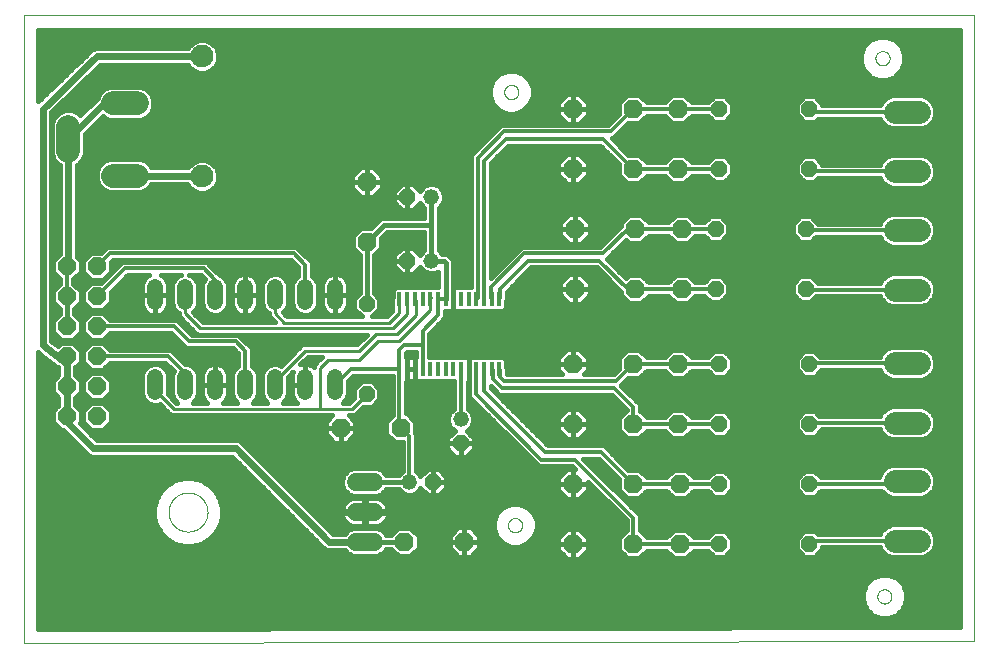
<source format=gtl>
G75*
%MOIN*%
%OFA0B0*%
%FSLAX25Y25*%
%IPPOS*%
%LPD*%
%AMOC8*
5,1,8,0,0,1.08239X$1,22.5*
%
%ADD10C,0.00000*%
%ADD11OC8,0.05200*%
%ADD12C,0.05200*%
%ADD13OC8,0.06300*%
%ADD14R,0.01378X0.04724*%
%ADD15C,0.05200*%
%ADD16C,0.06000*%
%ADD17OC8,0.06000*%
%ADD18C,0.07800*%
%ADD19C,0.07874*%
%ADD20C,0.07600*%
%ADD21C,0.01200*%
%ADD22C,0.01600*%
%ADD23C,0.01000*%
%ADD24C,0.02400*%
D10*
X0002425Y0002425D02*
X0002425Y0211761D01*
X0319251Y0211761D01*
X0319251Y0003050D01*
X0002425Y0002425D01*
X0050675Y0046175D02*
X0050677Y0046336D01*
X0050683Y0046496D01*
X0050693Y0046657D01*
X0050707Y0046817D01*
X0050725Y0046977D01*
X0050746Y0047136D01*
X0050772Y0047295D01*
X0050802Y0047453D01*
X0050835Y0047610D01*
X0050873Y0047767D01*
X0050914Y0047922D01*
X0050959Y0048076D01*
X0051008Y0048229D01*
X0051061Y0048381D01*
X0051117Y0048532D01*
X0051178Y0048681D01*
X0051241Y0048829D01*
X0051309Y0048975D01*
X0051380Y0049119D01*
X0051454Y0049261D01*
X0051532Y0049402D01*
X0051614Y0049540D01*
X0051699Y0049677D01*
X0051787Y0049811D01*
X0051879Y0049943D01*
X0051974Y0050073D01*
X0052072Y0050201D01*
X0052173Y0050326D01*
X0052277Y0050448D01*
X0052384Y0050568D01*
X0052494Y0050685D01*
X0052607Y0050800D01*
X0052723Y0050911D01*
X0052842Y0051020D01*
X0052963Y0051125D01*
X0053087Y0051228D01*
X0053213Y0051328D01*
X0053341Y0051424D01*
X0053472Y0051517D01*
X0053606Y0051607D01*
X0053741Y0051694D01*
X0053879Y0051777D01*
X0054018Y0051857D01*
X0054160Y0051933D01*
X0054303Y0052006D01*
X0054448Y0052075D01*
X0054595Y0052141D01*
X0054743Y0052203D01*
X0054893Y0052261D01*
X0055044Y0052316D01*
X0055197Y0052367D01*
X0055351Y0052414D01*
X0055506Y0052457D01*
X0055662Y0052496D01*
X0055818Y0052532D01*
X0055976Y0052563D01*
X0056134Y0052591D01*
X0056293Y0052615D01*
X0056453Y0052635D01*
X0056613Y0052651D01*
X0056773Y0052663D01*
X0056934Y0052671D01*
X0057095Y0052675D01*
X0057255Y0052675D01*
X0057416Y0052671D01*
X0057577Y0052663D01*
X0057737Y0052651D01*
X0057897Y0052635D01*
X0058057Y0052615D01*
X0058216Y0052591D01*
X0058374Y0052563D01*
X0058532Y0052532D01*
X0058688Y0052496D01*
X0058844Y0052457D01*
X0058999Y0052414D01*
X0059153Y0052367D01*
X0059306Y0052316D01*
X0059457Y0052261D01*
X0059607Y0052203D01*
X0059755Y0052141D01*
X0059902Y0052075D01*
X0060047Y0052006D01*
X0060190Y0051933D01*
X0060332Y0051857D01*
X0060471Y0051777D01*
X0060609Y0051694D01*
X0060744Y0051607D01*
X0060878Y0051517D01*
X0061009Y0051424D01*
X0061137Y0051328D01*
X0061263Y0051228D01*
X0061387Y0051125D01*
X0061508Y0051020D01*
X0061627Y0050911D01*
X0061743Y0050800D01*
X0061856Y0050685D01*
X0061966Y0050568D01*
X0062073Y0050448D01*
X0062177Y0050326D01*
X0062278Y0050201D01*
X0062376Y0050073D01*
X0062471Y0049943D01*
X0062563Y0049811D01*
X0062651Y0049677D01*
X0062736Y0049540D01*
X0062818Y0049402D01*
X0062896Y0049261D01*
X0062970Y0049119D01*
X0063041Y0048975D01*
X0063109Y0048829D01*
X0063172Y0048681D01*
X0063233Y0048532D01*
X0063289Y0048381D01*
X0063342Y0048229D01*
X0063391Y0048076D01*
X0063436Y0047922D01*
X0063477Y0047767D01*
X0063515Y0047610D01*
X0063548Y0047453D01*
X0063578Y0047295D01*
X0063604Y0047136D01*
X0063625Y0046977D01*
X0063643Y0046817D01*
X0063657Y0046657D01*
X0063667Y0046496D01*
X0063673Y0046336D01*
X0063675Y0046175D01*
X0063673Y0046014D01*
X0063667Y0045854D01*
X0063657Y0045693D01*
X0063643Y0045533D01*
X0063625Y0045373D01*
X0063604Y0045214D01*
X0063578Y0045055D01*
X0063548Y0044897D01*
X0063515Y0044740D01*
X0063477Y0044583D01*
X0063436Y0044428D01*
X0063391Y0044274D01*
X0063342Y0044121D01*
X0063289Y0043969D01*
X0063233Y0043818D01*
X0063172Y0043669D01*
X0063109Y0043521D01*
X0063041Y0043375D01*
X0062970Y0043231D01*
X0062896Y0043089D01*
X0062818Y0042948D01*
X0062736Y0042810D01*
X0062651Y0042673D01*
X0062563Y0042539D01*
X0062471Y0042407D01*
X0062376Y0042277D01*
X0062278Y0042149D01*
X0062177Y0042024D01*
X0062073Y0041902D01*
X0061966Y0041782D01*
X0061856Y0041665D01*
X0061743Y0041550D01*
X0061627Y0041439D01*
X0061508Y0041330D01*
X0061387Y0041225D01*
X0061263Y0041122D01*
X0061137Y0041022D01*
X0061009Y0040926D01*
X0060878Y0040833D01*
X0060744Y0040743D01*
X0060609Y0040656D01*
X0060471Y0040573D01*
X0060332Y0040493D01*
X0060190Y0040417D01*
X0060047Y0040344D01*
X0059902Y0040275D01*
X0059755Y0040209D01*
X0059607Y0040147D01*
X0059457Y0040089D01*
X0059306Y0040034D01*
X0059153Y0039983D01*
X0058999Y0039936D01*
X0058844Y0039893D01*
X0058688Y0039854D01*
X0058532Y0039818D01*
X0058374Y0039787D01*
X0058216Y0039759D01*
X0058057Y0039735D01*
X0057897Y0039715D01*
X0057737Y0039699D01*
X0057577Y0039687D01*
X0057416Y0039679D01*
X0057255Y0039675D01*
X0057095Y0039675D01*
X0056934Y0039679D01*
X0056773Y0039687D01*
X0056613Y0039699D01*
X0056453Y0039715D01*
X0056293Y0039735D01*
X0056134Y0039759D01*
X0055976Y0039787D01*
X0055818Y0039818D01*
X0055662Y0039854D01*
X0055506Y0039893D01*
X0055351Y0039936D01*
X0055197Y0039983D01*
X0055044Y0040034D01*
X0054893Y0040089D01*
X0054743Y0040147D01*
X0054595Y0040209D01*
X0054448Y0040275D01*
X0054303Y0040344D01*
X0054160Y0040417D01*
X0054018Y0040493D01*
X0053879Y0040573D01*
X0053741Y0040656D01*
X0053606Y0040743D01*
X0053472Y0040833D01*
X0053341Y0040926D01*
X0053213Y0041022D01*
X0053087Y0041122D01*
X0052963Y0041225D01*
X0052842Y0041330D01*
X0052723Y0041439D01*
X0052607Y0041550D01*
X0052494Y0041665D01*
X0052384Y0041782D01*
X0052277Y0041902D01*
X0052173Y0042024D01*
X0052072Y0042149D01*
X0051974Y0042277D01*
X0051879Y0042407D01*
X0051787Y0042539D01*
X0051699Y0042673D01*
X0051614Y0042810D01*
X0051532Y0042948D01*
X0051454Y0043089D01*
X0051380Y0043231D01*
X0051309Y0043375D01*
X0051241Y0043521D01*
X0051178Y0043669D01*
X0051117Y0043818D01*
X0051061Y0043969D01*
X0051008Y0044121D01*
X0050959Y0044274D01*
X0050914Y0044428D01*
X0050873Y0044583D01*
X0050835Y0044740D01*
X0050802Y0044897D01*
X0050772Y0045055D01*
X0050746Y0045214D01*
X0050725Y0045373D01*
X0050707Y0045533D01*
X0050693Y0045693D01*
X0050683Y0045854D01*
X0050677Y0046014D01*
X0050675Y0046175D01*
X0163813Y0041800D02*
X0163815Y0041897D01*
X0163821Y0041994D01*
X0163831Y0042090D01*
X0163845Y0042186D01*
X0163863Y0042282D01*
X0163884Y0042376D01*
X0163910Y0042470D01*
X0163939Y0042562D01*
X0163973Y0042653D01*
X0164009Y0042743D01*
X0164050Y0042831D01*
X0164094Y0042917D01*
X0164142Y0043002D01*
X0164193Y0043084D01*
X0164247Y0043165D01*
X0164305Y0043243D01*
X0164366Y0043318D01*
X0164429Y0043391D01*
X0164496Y0043462D01*
X0164566Y0043529D01*
X0164638Y0043594D01*
X0164713Y0043655D01*
X0164791Y0043714D01*
X0164870Y0043769D01*
X0164952Y0043821D01*
X0165036Y0043869D01*
X0165122Y0043914D01*
X0165210Y0043956D01*
X0165299Y0043994D01*
X0165390Y0044028D01*
X0165482Y0044058D01*
X0165575Y0044085D01*
X0165670Y0044107D01*
X0165765Y0044126D01*
X0165861Y0044141D01*
X0165957Y0044152D01*
X0166054Y0044159D01*
X0166151Y0044162D01*
X0166248Y0044161D01*
X0166345Y0044156D01*
X0166441Y0044147D01*
X0166537Y0044134D01*
X0166633Y0044117D01*
X0166728Y0044096D01*
X0166821Y0044072D01*
X0166914Y0044043D01*
X0167006Y0044011D01*
X0167096Y0043975D01*
X0167184Y0043936D01*
X0167271Y0043892D01*
X0167356Y0043846D01*
X0167439Y0043795D01*
X0167520Y0043742D01*
X0167598Y0043685D01*
X0167675Y0043625D01*
X0167748Y0043562D01*
X0167819Y0043496D01*
X0167887Y0043427D01*
X0167953Y0043355D01*
X0168015Y0043281D01*
X0168074Y0043204D01*
X0168130Y0043125D01*
X0168183Y0043043D01*
X0168233Y0042960D01*
X0168278Y0042874D01*
X0168321Y0042787D01*
X0168360Y0042698D01*
X0168395Y0042608D01*
X0168426Y0042516D01*
X0168453Y0042423D01*
X0168477Y0042329D01*
X0168497Y0042234D01*
X0168513Y0042138D01*
X0168525Y0042042D01*
X0168533Y0041945D01*
X0168537Y0041848D01*
X0168537Y0041752D01*
X0168533Y0041655D01*
X0168525Y0041558D01*
X0168513Y0041462D01*
X0168497Y0041366D01*
X0168477Y0041271D01*
X0168453Y0041177D01*
X0168426Y0041084D01*
X0168395Y0040992D01*
X0168360Y0040902D01*
X0168321Y0040813D01*
X0168278Y0040726D01*
X0168233Y0040640D01*
X0168183Y0040557D01*
X0168130Y0040475D01*
X0168074Y0040396D01*
X0168015Y0040319D01*
X0167953Y0040245D01*
X0167887Y0040173D01*
X0167819Y0040104D01*
X0167748Y0040038D01*
X0167675Y0039975D01*
X0167598Y0039915D01*
X0167520Y0039858D01*
X0167439Y0039805D01*
X0167356Y0039754D01*
X0167271Y0039708D01*
X0167184Y0039664D01*
X0167096Y0039625D01*
X0167006Y0039589D01*
X0166914Y0039557D01*
X0166821Y0039528D01*
X0166728Y0039504D01*
X0166633Y0039483D01*
X0166537Y0039466D01*
X0166441Y0039453D01*
X0166345Y0039444D01*
X0166248Y0039439D01*
X0166151Y0039438D01*
X0166054Y0039441D01*
X0165957Y0039448D01*
X0165861Y0039459D01*
X0165765Y0039474D01*
X0165670Y0039493D01*
X0165575Y0039515D01*
X0165482Y0039542D01*
X0165390Y0039572D01*
X0165299Y0039606D01*
X0165210Y0039644D01*
X0165122Y0039686D01*
X0165036Y0039731D01*
X0164952Y0039779D01*
X0164870Y0039831D01*
X0164791Y0039886D01*
X0164713Y0039945D01*
X0164638Y0040006D01*
X0164566Y0040071D01*
X0164496Y0040138D01*
X0164429Y0040209D01*
X0164366Y0040282D01*
X0164305Y0040357D01*
X0164247Y0040435D01*
X0164193Y0040516D01*
X0164142Y0040598D01*
X0164094Y0040683D01*
X0164050Y0040769D01*
X0164009Y0040857D01*
X0163973Y0040947D01*
X0163939Y0041038D01*
X0163910Y0041130D01*
X0163884Y0041224D01*
X0163863Y0041318D01*
X0163845Y0041414D01*
X0163831Y0041510D01*
X0163821Y0041606D01*
X0163815Y0041703D01*
X0163813Y0041800D01*
X0286938Y0018050D02*
X0286940Y0018147D01*
X0286946Y0018244D01*
X0286956Y0018340D01*
X0286970Y0018436D01*
X0286988Y0018532D01*
X0287009Y0018626D01*
X0287035Y0018720D01*
X0287064Y0018812D01*
X0287098Y0018903D01*
X0287134Y0018993D01*
X0287175Y0019081D01*
X0287219Y0019167D01*
X0287267Y0019252D01*
X0287318Y0019334D01*
X0287372Y0019415D01*
X0287430Y0019493D01*
X0287491Y0019568D01*
X0287554Y0019641D01*
X0287621Y0019712D01*
X0287691Y0019779D01*
X0287763Y0019844D01*
X0287838Y0019905D01*
X0287916Y0019964D01*
X0287995Y0020019D01*
X0288077Y0020071D01*
X0288161Y0020119D01*
X0288247Y0020164D01*
X0288335Y0020206D01*
X0288424Y0020244D01*
X0288515Y0020278D01*
X0288607Y0020308D01*
X0288700Y0020335D01*
X0288795Y0020357D01*
X0288890Y0020376D01*
X0288986Y0020391D01*
X0289082Y0020402D01*
X0289179Y0020409D01*
X0289276Y0020412D01*
X0289373Y0020411D01*
X0289470Y0020406D01*
X0289566Y0020397D01*
X0289662Y0020384D01*
X0289758Y0020367D01*
X0289853Y0020346D01*
X0289946Y0020322D01*
X0290039Y0020293D01*
X0290131Y0020261D01*
X0290221Y0020225D01*
X0290309Y0020186D01*
X0290396Y0020142D01*
X0290481Y0020096D01*
X0290564Y0020045D01*
X0290645Y0019992D01*
X0290723Y0019935D01*
X0290800Y0019875D01*
X0290873Y0019812D01*
X0290944Y0019746D01*
X0291012Y0019677D01*
X0291078Y0019605D01*
X0291140Y0019531D01*
X0291199Y0019454D01*
X0291255Y0019375D01*
X0291308Y0019293D01*
X0291358Y0019210D01*
X0291403Y0019124D01*
X0291446Y0019037D01*
X0291485Y0018948D01*
X0291520Y0018858D01*
X0291551Y0018766D01*
X0291578Y0018673D01*
X0291602Y0018579D01*
X0291622Y0018484D01*
X0291638Y0018388D01*
X0291650Y0018292D01*
X0291658Y0018195D01*
X0291662Y0018098D01*
X0291662Y0018002D01*
X0291658Y0017905D01*
X0291650Y0017808D01*
X0291638Y0017712D01*
X0291622Y0017616D01*
X0291602Y0017521D01*
X0291578Y0017427D01*
X0291551Y0017334D01*
X0291520Y0017242D01*
X0291485Y0017152D01*
X0291446Y0017063D01*
X0291403Y0016976D01*
X0291358Y0016890D01*
X0291308Y0016807D01*
X0291255Y0016725D01*
X0291199Y0016646D01*
X0291140Y0016569D01*
X0291078Y0016495D01*
X0291012Y0016423D01*
X0290944Y0016354D01*
X0290873Y0016288D01*
X0290800Y0016225D01*
X0290723Y0016165D01*
X0290645Y0016108D01*
X0290564Y0016055D01*
X0290481Y0016004D01*
X0290396Y0015958D01*
X0290309Y0015914D01*
X0290221Y0015875D01*
X0290131Y0015839D01*
X0290039Y0015807D01*
X0289946Y0015778D01*
X0289853Y0015754D01*
X0289758Y0015733D01*
X0289662Y0015716D01*
X0289566Y0015703D01*
X0289470Y0015694D01*
X0289373Y0015689D01*
X0289276Y0015688D01*
X0289179Y0015691D01*
X0289082Y0015698D01*
X0288986Y0015709D01*
X0288890Y0015724D01*
X0288795Y0015743D01*
X0288700Y0015765D01*
X0288607Y0015792D01*
X0288515Y0015822D01*
X0288424Y0015856D01*
X0288335Y0015894D01*
X0288247Y0015936D01*
X0288161Y0015981D01*
X0288077Y0016029D01*
X0287995Y0016081D01*
X0287916Y0016136D01*
X0287838Y0016195D01*
X0287763Y0016256D01*
X0287691Y0016321D01*
X0287621Y0016388D01*
X0287554Y0016459D01*
X0287491Y0016532D01*
X0287430Y0016607D01*
X0287372Y0016685D01*
X0287318Y0016766D01*
X0287267Y0016848D01*
X0287219Y0016933D01*
X0287175Y0017019D01*
X0287134Y0017107D01*
X0287098Y0017197D01*
X0287064Y0017288D01*
X0287035Y0017380D01*
X0287009Y0017474D01*
X0286988Y0017568D01*
X0286970Y0017664D01*
X0286956Y0017760D01*
X0286946Y0017856D01*
X0286940Y0017953D01*
X0286938Y0018050D01*
X0162563Y0186175D02*
X0162565Y0186272D01*
X0162571Y0186369D01*
X0162581Y0186465D01*
X0162595Y0186561D01*
X0162613Y0186657D01*
X0162634Y0186751D01*
X0162660Y0186845D01*
X0162689Y0186937D01*
X0162723Y0187028D01*
X0162759Y0187118D01*
X0162800Y0187206D01*
X0162844Y0187292D01*
X0162892Y0187377D01*
X0162943Y0187459D01*
X0162997Y0187540D01*
X0163055Y0187618D01*
X0163116Y0187693D01*
X0163179Y0187766D01*
X0163246Y0187837D01*
X0163316Y0187904D01*
X0163388Y0187969D01*
X0163463Y0188030D01*
X0163541Y0188089D01*
X0163620Y0188144D01*
X0163702Y0188196D01*
X0163786Y0188244D01*
X0163872Y0188289D01*
X0163960Y0188331D01*
X0164049Y0188369D01*
X0164140Y0188403D01*
X0164232Y0188433D01*
X0164325Y0188460D01*
X0164420Y0188482D01*
X0164515Y0188501D01*
X0164611Y0188516D01*
X0164707Y0188527D01*
X0164804Y0188534D01*
X0164901Y0188537D01*
X0164998Y0188536D01*
X0165095Y0188531D01*
X0165191Y0188522D01*
X0165287Y0188509D01*
X0165383Y0188492D01*
X0165478Y0188471D01*
X0165571Y0188447D01*
X0165664Y0188418D01*
X0165756Y0188386D01*
X0165846Y0188350D01*
X0165934Y0188311D01*
X0166021Y0188267D01*
X0166106Y0188221D01*
X0166189Y0188170D01*
X0166270Y0188117D01*
X0166348Y0188060D01*
X0166425Y0188000D01*
X0166498Y0187937D01*
X0166569Y0187871D01*
X0166637Y0187802D01*
X0166703Y0187730D01*
X0166765Y0187656D01*
X0166824Y0187579D01*
X0166880Y0187500D01*
X0166933Y0187418D01*
X0166983Y0187335D01*
X0167028Y0187249D01*
X0167071Y0187162D01*
X0167110Y0187073D01*
X0167145Y0186983D01*
X0167176Y0186891D01*
X0167203Y0186798D01*
X0167227Y0186704D01*
X0167247Y0186609D01*
X0167263Y0186513D01*
X0167275Y0186417D01*
X0167283Y0186320D01*
X0167287Y0186223D01*
X0167287Y0186127D01*
X0167283Y0186030D01*
X0167275Y0185933D01*
X0167263Y0185837D01*
X0167247Y0185741D01*
X0167227Y0185646D01*
X0167203Y0185552D01*
X0167176Y0185459D01*
X0167145Y0185367D01*
X0167110Y0185277D01*
X0167071Y0185188D01*
X0167028Y0185101D01*
X0166983Y0185015D01*
X0166933Y0184932D01*
X0166880Y0184850D01*
X0166824Y0184771D01*
X0166765Y0184694D01*
X0166703Y0184620D01*
X0166637Y0184548D01*
X0166569Y0184479D01*
X0166498Y0184413D01*
X0166425Y0184350D01*
X0166348Y0184290D01*
X0166270Y0184233D01*
X0166189Y0184180D01*
X0166106Y0184129D01*
X0166021Y0184083D01*
X0165934Y0184039D01*
X0165846Y0184000D01*
X0165756Y0183964D01*
X0165664Y0183932D01*
X0165571Y0183903D01*
X0165478Y0183879D01*
X0165383Y0183858D01*
X0165287Y0183841D01*
X0165191Y0183828D01*
X0165095Y0183819D01*
X0164998Y0183814D01*
X0164901Y0183813D01*
X0164804Y0183816D01*
X0164707Y0183823D01*
X0164611Y0183834D01*
X0164515Y0183849D01*
X0164420Y0183868D01*
X0164325Y0183890D01*
X0164232Y0183917D01*
X0164140Y0183947D01*
X0164049Y0183981D01*
X0163960Y0184019D01*
X0163872Y0184061D01*
X0163786Y0184106D01*
X0163702Y0184154D01*
X0163620Y0184206D01*
X0163541Y0184261D01*
X0163463Y0184320D01*
X0163388Y0184381D01*
X0163316Y0184446D01*
X0163246Y0184513D01*
X0163179Y0184584D01*
X0163116Y0184657D01*
X0163055Y0184732D01*
X0162997Y0184810D01*
X0162943Y0184891D01*
X0162892Y0184973D01*
X0162844Y0185058D01*
X0162800Y0185144D01*
X0162759Y0185232D01*
X0162723Y0185322D01*
X0162689Y0185413D01*
X0162660Y0185505D01*
X0162634Y0185599D01*
X0162613Y0185693D01*
X0162595Y0185789D01*
X0162581Y0185885D01*
X0162571Y0185981D01*
X0162565Y0186078D01*
X0162563Y0186175D01*
X0286313Y0197425D02*
X0286315Y0197522D01*
X0286321Y0197619D01*
X0286331Y0197715D01*
X0286345Y0197811D01*
X0286363Y0197907D01*
X0286384Y0198001D01*
X0286410Y0198095D01*
X0286439Y0198187D01*
X0286473Y0198278D01*
X0286509Y0198368D01*
X0286550Y0198456D01*
X0286594Y0198542D01*
X0286642Y0198627D01*
X0286693Y0198709D01*
X0286747Y0198790D01*
X0286805Y0198868D01*
X0286866Y0198943D01*
X0286929Y0199016D01*
X0286996Y0199087D01*
X0287066Y0199154D01*
X0287138Y0199219D01*
X0287213Y0199280D01*
X0287291Y0199339D01*
X0287370Y0199394D01*
X0287452Y0199446D01*
X0287536Y0199494D01*
X0287622Y0199539D01*
X0287710Y0199581D01*
X0287799Y0199619D01*
X0287890Y0199653D01*
X0287982Y0199683D01*
X0288075Y0199710D01*
X0288170Y0199732D01*
X0288265Y0199751D01*
X0288361Y0199766D01*
X0288457Y0199777D01*
X0288554Y0199784D01*
X0288651Y0199787D01*
X0288748Y0199786D01*
X0288845Y0199781D01*
X0288941Y0199772D01*
X0289037Y0199759D01*
X0289133Y0199742D01*
X0289228Y0199721D01*
X0289321Y0199697D01*
X0289414Y0199668D01*
X0289506Y0199636D01*
X0289596Y0199600D01*
X0289684Y0199561D01*
X0289771Y0199517D01*
X0289856Y0199471D01*
X0289939Y0199420D01*
X0290020Y0199367D01*
X0290098Y0199310D01*
X0290175Y0199250D01*
X0290248Y0199187D01*
X0290319Y0199121D01*
X0290387Y0199052D01*
X0290453Y0198980D01*
X0290515Y0198906D01*
X0290574Y0198829D01*
X0290630Y0198750D01*
X0290683Y0198668D01*
X0290733Y0198585D01*
X0290778Y0198499D01*
X0290821Y0198412D01*
X0290860Y0198323D01*
X0290895Y0198233D01*
X0290926Y0198141D01*
X0290953Y0198048D01*
X0290977Y0197954D01*
X0290997Y0197859D01*
X0291013Y0197763D01*
X0291025Y0197667D01*
X0291033Y0197570D01*
X0291037Y0197473D01*
X0291037Y0197377D01*
X0291033Y0197280D01*
X0291025Y0197183D01*
X0291013Y0197087D01*
X0290997Y0196991D01*
X0290977Y0196896D01*
X0290953Y0196802D01*
X0290926Y0196709D01*
X0290895Y0196617D01*
X0290860Y0196527D01*
X0290821Y0196438D01*
X0290778Y0196351D01*
X0290733Y0196265D01*
X0290683Y0196182D01*
X0290630Y0196100D01*
X0290574Y0196021D01*
X0290515Y0195944D01*
X0290453Y0195870D01*
X0290387Y0195798D01*
X0290319Y0195729D01*
X0290248Y0195663D01*
X0290175Y0195600D01*
X0290098Y0195540D01*
X0290020Y0195483D01*
X0289939Y0195430D01*
X0289856Y0195379D01*
X0289771Y0195333D01*
X0289684Y0195289D01*
X0289596Y0195250D01*
X0289506Y0195214D01*
X0289414Y0195182D01*
X0289321Y0195153D01*
X0289228Y0195129D01*
X0289133Y0195108D01*
X0289037Y0195091D01*
X0288941Y0195078D01*
X0288845Y0195069D01*
X0288748Y0195064D01*
X0288651Y0195063D01*
X0288554Y0195066D01*
X0288457Y0195073D01*
X0288361Y0195084D01*
X0288265Y0195099D01*
X0288170Y0195118D01*
X0288075Y0195140D01*
X0287982Y0195167D01*
X0287890Y0195197D01*
X0287799Y0195231D01*
X0287710Y0195269D01*
X0287622Y0195311D01*
X0287536Y0195356D01*
X0287452Y0195404D01*
X0287370Y0195456D01*
X0287291Y0195511D01*
X0287213Y0195570D01*
X0287138Y0195631D01*
X0287066Y0195696D01*
X0286996Y0195763D01*
X0286929Y0195834D01*
X0286866Y0195907D01*
X0286805Y0195982D01*
X0286747Y0196060D01*
X0286693Y0196141D01*
X0286642Y0196223D01*
X0286594Y0196308D01*
X0286550Y0196394D01*
X0286509Y0196482D01*
X0286473Y0196572D01*
X0286439Y0196663D01*
X0286410Y0196755D01*
X0286384Y0196849D01*
X0286363Y0196943D01*
X0286345Y0197039D01*
X0286331Y0197135D01*
X0286321Y0197231D01*
X0286315Y0197328D01*
X0286313Y0197425D01*
D11*
X0264300Y0180550D03*
X0234300Y0180550D03*
X0234300Y0160550D03*
X0233050Y0140550D03*
X0233050Y0120550D03*
X0263050Y0120550D03*
X0263050Y0140550D03*
X0264300Y0160550D03*
X0264300Y0095550D03*
X0264300Y0075550D03*
X0234300Y0075550D03*
X0234300Y0095550D03*
X0234300Y0055550D03*
X0234300Y0035550D03*
X0264300Y0035550D03*
X0264300Y0055550D03*
X0148050Y0069050D03*
X0138925Y0056175D03*
X0116800Y0085550D03*
X0116800Y0115550D03*
X0130300Y0129925D03*
X0130300Y0151175D03*
D12*
X0138300Y0151175D03*
X0138300Y0129925D03*
X0148050Y0077050D03*
X0130925Y0056175D03*
D13*
X0128050Y0074300D03*
X0108050Y0074300D03*
X0129300Y0036175D03*
X0149300Y0036175D03*
X0185550Y0035550D03*
X0205550Y0035550D03*
X0221175Y0035550D03*
X0221175Y0055550D03*
X0205550Y0055550D03*
X0185550Y0055550D03*
X0185550Y0075550D03*
X0205550Y0075550D03*
X0220550Y0075550D03*
X0220550Y0095550D03*
X0205550Y0095550D03*
X0185550Y0095550D03*
X0186175Y0120550D03*
X0206175Y0120550D03*
X0221800Y0120550D03*
X0221800Y0140550D03*
X0206175Y0140550D03*
X0186175Y0140550D03*
X0185550Y0160550D03*
X0205550Y0160550D03*
X0220550Y0160550D03*
X0220550Y0180550D03*
X0205550Y0180550D03*
X0185550Y0180550D03*
X0116800Y0156175D03*
X0116800Y0136175D03*
D14*
X0127666Y0117263D03*
X0130225Y0117263D03*
X0132784Y0117263D03*
X0135343Y0117263D03*
X0137902Y0117263D03*
X0140461Y0117263D03*
X0143020Y0117263D03*
X0145580Y0117263D03*
X0148139Y0117263D03*
X0150698Y0117263D03*
X0153257Y0117263D03*
X0155816Y0117263D03*
X0158375Y0117263D03*
X0160934Y0117263D03*
X0160934Y0093837D03*
X0158375Y0093837D03*
X0155816Y0093837D03*
X0153257Y0093837D03*
X0150698Y0093837D03*
X0148139Y0093837D03*
X0145580Y0093837D03*
X0143020Y0093837D03*
X0140461Y0093837D03*
X0137902Y0093837D03*
X0135343Y0093837D03*
X0132784Y0093837D03*
X0130225Y0093837D03*
X0127666Y0093837D03*
D15*
X0106175Y0091275D02*
X0106175Y0086075D01*
X0096175Y0086075D02*
X0096175Y0091275D01*
X0086175Y0091275D02*
X0086175Y0086075D01*
X0076175Y0086075D02*
X0076175Y0091275D01*
X0066175Y0091275D02*
X0066175Y0086075D01*
X0056175Y0086075D02*
X0056175Y0091275D01*
X0046175Y0091275D02*
X0046175Y0086075D01*
X0046175Y0116075D02*
X0046175Y0121275D01*
X0056175Y0121275D02*
X0056175Y0116075D01*
X0066175Y0116075D02*
X0066175Y0121275D01*
X0076175Y0121275D02*
X0076175Y0116075D01*
X0086175Y0116075D02*
X0086175Y0121275D01*
X0096175Y0121275D02*
X0096175Y0116075D01*
X0106175Y0116075D02*
X0106175Y0121275D01*
D16*
X0113175Y0056175D02*
X0119175Y0056175D01*
X0119175Y0046175D02*
X0113175Y0046175D01*
X0113175Y0036175D02*
X0119175Y0036175D01*
D17*
X0026800Y0078050D03*
X0016800Y0078050D03*
X0016800Y0088050D03*
X0026800Y0088050D03*
X0026800Y0098050D03*
X0016800Y0098050D03*
X0016800Y0108050D03*
X0026800Y0108050D03*
X0026800Y0118050D03*
X0016800Y0118050D03*
X0016800Y0128050D03*
X0026800Y0128050D03*
D18*
X0292900Y0120325D02*
X0300700Y0120325D01*
X0300700Y0140125D02*
X0292900Y0140125D01*
X0292900Y0159725D02*
X0300700Y0159725D01*
X0300700Y0179525D02*
X0292900Y0179525D01*
X0292900Y0095775D02*
X0300700Y0095775D01*
X0300700Y0075975D02*
X0292900Y0075975D01*
X0292900Y0056375D02*
X0300700Y0056375D01*
X0300700Y0036575D02*
X0292900Y0036575D01*
D19*
X0040112Y0158345D02*
X0032238Y0158345D01*
X0017277Y0166613D02*
X0017277Y0174487D01*
X0032238Y0182361D02*
X0040112Y0182361D01*
D20*
X0061800Y0198050D03*
X0061800Y0158050D03*
D21*
X0031175Y0132425D02*
X0026800Y0128050D01*
X0031175Y0132425D02*
X0092425Y0132425D01*
X0096175Y0128675D01*
X0096175Y0118675D01*
X0076175Y0099925D02*
X0073050Y0103050D01*
X0057425Y0103050D01*
X0052425Y0108050D01*
X0026800Y0108050D01*
X0026800Y0098050D02*
X0050550Y0098050D01*
X0056175Y0092425D01*
X0056175Y0088675D01*
X0076175Y0088675D02*
X0076175Y0099925D01*
X0066175Y0118675D02*
X0066175Y0123675D01*
X0062425Y0127425D01*
X0036175Y0127425D01*
X0026800Y0118050D01*
X0016800Y0118050D02*
X0016800Y0128050D01*
X0106175Y0088675D02*
X0111337Y0093837D01*
X0127666Y0093837D01*
X0127666Y0100166D01*
X0129300Y0101800D01*
X0135343Y0101800D01*
X0135343Y0106593D01*
X0140550Y0111800D01*
X0140550Y0117174D01*
X0140461Y0117263D01*
X0143020Y0117263D01*
X0138050Y0117410D02*
X0137902Y0117263D01*
X0153257Y0117263D02*
X0153675Y0117681D01*
X0153675Y0164300D01*
X0162425Y0173050D01*
X0198050Y0173050D01*
X0205550Y0180550D01*
X0220550Y0180550D01*
X0234300Y0180550D01*
X0264300Y0180550D02*
X0265325Y0179525D01*
X0296800Y0179525D01*
X0296800Y0159725D02*
X0265125Y0159725D01*
X0264300Y0160550D01*
X0263050Y0140550D02*
X0263475Y0140125D01*
X0296800Y0140125D01*
X0296800Y0120325D02*
X0263275Y0120325D01*
X0263050Y0120550D01*
X0233050Y0120550D02*
X0221800Y0120550D01*
X0206175Y0120550D01*
X0203675Y0120550D01*
X0194300Y0129925D01*
X0170550Y0129925D01*
X0161175Y0120550D01*
X0161175Y0117504D01*
X0160934Y0117263D01*
X0158375Y0117263D02*
X0158050Y0117587D01*
X0158050Y0121175D01*
X0169300Y0132425D01*
X0195550Y0132425D01*
X0203675Y0140550D01*
X0206175Y0140550D01*
X0221800Y0140550D01*
X0233050Y0140550D01*
X0234300Y0160550D02*
X0220550Y0160550D01*
X0205550Y0160550D01*
X0195550Y0170550D01*
X0163050Y0170550D01*
X0155816Y0163316D01*
X0155816Y0117263D01*
X0135343Y0101800D02*
X0135343Y0093837D01*
X0135550Y0093837D01*
X0127666Y0093837D02*
X0127666Y0074684D01*
X0128050Y0074300D01*
X0130925Y0071425D01*
X0130925Y0056175D01*
X0148139Y0077139D02*
X0148139Y0093837D01*
X0153050Y0093631D02*
X0153257Y0093837D01*
X0153050Y0093631D02*
X0153050Y0085550D01*
X0174925Y0063675D01*
X0186175Y0063675D01*
X0205550Y0044300D01*
X0205550Y0035550D01*
X0221175Y0035550D01*
X0234300Y0035550D01*
X0234300Y0055550D02*
X0221175Y0055550D01*
X0205550Y0055550D01*
X0194925Y0066175D01*
X0176175Y0066175D01*
X0155816Y0086534D01*
X0155816Y0093837D01*
X0158375Y0093837D02*
X0158675Y0093537D01*
X0158675Y0090550D01*
X0161800Y0087425D01*
X0199300Y0087425D01*
X0205550Y0081175D01*
X0205550Y0075550D01*
X0220550Y0075550D01*
X0234300Y0075550D01*
X0234300Y0095550D02*
X0220550Y0095550D01*
X0205550Y0095550D01*
X0199925Y0089925D01*
X0162425Y0089925D01*
X0161175Y0091175D01*
X0161175Y0093596D01*
X0160934Y0093837D01*
X0264300Y0095550D02*
X0264525Y0095775D01*
X0296800Y0095775D01*
X0296800Y0075975D02*
X0264725Y0075975D01*
X0264300Y0075550D01*
X0264300Y0055550D02*
X0295975Y0055550D01*
X0296800Y0056375D01*
X0296800Y0036575D02*
X0265325Y0036575D01*
X0264300Y0035550D01*
D22*
X0261241Y0038431D02*
X0237359Y0038431D01*
X0238500Y0037290D02*
X0236040Y0039750D01*
X0232560Y0039750D01*
X0230560Y0037750D01*
X0225693Y0037750D01*
X0223143Y0040300D01*
X0219207Y0040300D01*
X0216657Y0037750D01*
X0210068Y0037750D01*
X0207750Y0040067D01*
X0207750Y0045211D01*
X0188986Y0063975D01*
X0194014Y0063975D01*
X0200800Y0057189D01*
X0200800Y0053582D01*
X0203582Y0050800D01*
X0207518Y0050800D01*
X0210068Y0053350D01*
X0216657Y0053350D01*
X0219207Y0050800D01*
X0223143Y0050800D01*
X0225693Y0053350D01*
X0230560Y0053350D01*
X0232560Y0051350D01*
X0236040Y0051350D01*
X0238500Y0053810D01*
X0238500Y0057290D01*
X0236040Y0059750D01*
X0232560Y0059750D01*
X0230560Y0057750D01*
X0225693Y0057750D01*
X0223143Y0060300D01*
X0219207Y0060300D01*
X0216657Y0057750D01*
X0210068Y0057750D01*
X0207518Y0060300D01*
X0203911Y0060300D01*
X0195836Y0068375D01*
X0177086Y0068375D01*
X0158016Y0087446D01*
X0158016Y0088098D01*
X0160889Y0085225D01*
X0198389Y0085225D01*
X0203350Y0080264D01*
X0203350Y0080068D01*
X0200800Y0077518D01*
X0200800Y0073582D01*
X0203582Y0070800D01*
X0207518Y0070800D01*
X0210068Y0073350D01*
X0216032Y0073350D01*
X0218582Y0070800D01*
X0222518Y0070800D01*
X0225068Y0073350D01*
X0230560Y0073350D01*
X0232560Y0071350D01*
X0236040Y0071350D01*
X0238500Y0073810D01*
X0238500Y0077290D01*
X0236040Y0079750D01*
X0232560Y0079750D01*
X0230560Y0077750D01*
X0225068Y0077750D01*
X0222518Y0080300D01*
X0218582Y0080300D01*
X0216032Y0077750D01*
X0210068Y0077750D01*
X0207750Y0080068D01*
X0207750Y0082086D01*
X0201500Y0088336D01*
X0201474Y0088362D01*
X0203911Y0090800D01*
X0207518Y0090800D01*
X0210068Y0093350D01*
X0216032Y0093350D01*
X0218582Y0090800D01*
X0222518Y0090800D01*
X0225068Y0093350D01*
X0230560Y0093350D01*
X0232560Y0091350D01*
X0236040Y0091350D01*
X0238500Y0093810D01*
X0238500Y0097290D01*
X0236040Y0099750D01*
X0232560Y0099750D01*
X0230560Y0097750D01*
X0225068Y0097750D01*
X0222518Y0100300D01*
X0218582Y0100300D01*
X0216032Y0097750D01*
X0210068Y0097750D01*
X0207518Y0100300D01*
X0203582Y0100300D01*
X0200800Y0097518D01*
X0200800Y0093911D01*
X0199014Y0092125D01*
X0189125Y0092125D01*
X0190500Y0093500D01*
X0190500Y0095550D01*
X0190500Y0097600D01*
X0187600Y0100500D01*
X0185550Y0100500D01*
X0185550Y0095550D01*
X0185550Y0095550D01*
X0190500Y0095550D01*
X0185550Y0095550D01*
X0185550Y0095550D01*
X0185550Y0095550D01*
X0180600Y0095550D01*
X0180600Y0097600D01*
X0183500Y0100500D01*
X0185550Y0100500D01*
X0185550Y0095550D01*
X0180600Y0095550D01*
X0180600Y0093500D01*
X0181975Y0092125D01*
X0163375Y0092125D01*
X0163375Y0094508D01*
X0163223Y0094660D01*
X0163223Y0096862D01*
X0162286Y0097800D01*
X0152215Y0097800D01*
X0152081Y0097877D01*
X0151624Y0098000D01*
X0150698Y0098000D01*
X0150698Y0093838D01*
X0150698Y0093838D01*
X0150698Y0098000D01*
X0149772Y0098000D01*
X0149314Y0097877D01*
X0149180Y0097800D01*
X0137543Y0097800D01*
X0137543Y0105682D01*
X0141461Y0109600D01*
X0142750Y0110889D01*
X0142750Y0113300D01*
X0144062Y0113300D01*
X0144196Y0113223D01*
X0144654Y0113100D01*
X0145579Y0113100D01*
X0145579Y0117262D01*
X0145580Y0117262D01*
X0145580Y0113100D01*
X0146505Y0113100D01*
X0146963Y0113223D01*
X0147097Y0113300D01*
X0162286Y0113300D01*
X0163223Y0114238D01*
X0163223Y0116440D01*
X0163375Y0116592D01*
X0163375Y0119639D01*
X0171461Y0127725D01*
X0193389Y0127725D01*
X0201425Y0119689D01*
X0201425Y0118582D01*
X0204207Y0115800D01*
X0208143Y0115800D01*
X0210692Y0118350D01*
X0217282Y0118350D01*
X0219832Y0115800D01*
X0223768Y0115800D01*
X0226318Y0118350D01*
X0229310Y0118350D01*
X0231310Y0116350D01*
X0234790Y0116350D01*
X0237250Y0118810D01*
X0237250Y0122290D01*
X0234790Y0124750D01*
X0231310Y0124750D01*
X0229310Y0122750D01*
X0226318Y0122750D01*
X0223768Y0125300D01*
X0219832Y0125300D01*
X0217282Y0122750D01*
X0210692Y0122750D01*
X0208143Y0125300D01*
X0204207Y0125300D01*
X0203122Y0124214D01*
X0196786Y0130550D01*
X0197750Y0131514D01*
X0203122Y0136886D01*
X0204207Y0135800D01*
X0208143Y0135800D01*
X0210693Y0138350D01*
X0217282Y0138350D01*
X0219832Y0135800D01*
X0223768Y0135800D01*
X0226318Y0138350D01*
X0229310Y0138350D01*
X0231310Y0136350D01*
X0234790Y0136350D01*
X0237250Y0138810D01*
X0237250Y0142290D01*
X0234790Y0144750D01*
X0231310Y0144750D01*
X0229310Y0142750D01*
X0226318Y0142750D01*
X0223768Y0145300D01*
X0219832Y0145300D01*
X0217282Y0142750D01*
X0210693Y0142750D01*
X0208143Y0145300D01*
X0204207Y0145300D01*
X0201425Y0142518D01*
X0201425Y0141411D01*
X0194639Y0134625D01*
X0168389Y0134625D01*
X0158016Y0124252D01*
X0158016Y0162404D01*
X0163961Y0168350D01*
X0194639Y0168350D01*
X0200800Y0162189D01*
X0200800Y0158582D01*
X0203582Y0155800D01*
X0207518Y0155800D01*
X0210068Y0158350D01*
X0216032Y0158350D01*
X0218582Y0155800D01*
X0222518Y0155800D01*
X0225068Y0158350D01*
X0230560Y0158350D01*
X0232560Y0156350D01*
X0236040Y0156350D01*
X0238500Y0158810D01*
X0238500Y0162290D01*
X0236040Y0164750D01*
X0232560Y0164750D01*
X0230560Y0162750D01*
X0225068Y0162750D01*
X0222518Y0165300D01*
X0218582Y0165300D01*
X0216032Y0162750D01*
X0210068Y0162750D01*
X0207518Y0165300D01*
X0203911Y0165300D01*
X0198361Y0170850D01*
X0198961Y0170850D01*
X0203911Y0175800D01*
X0207518Y0175800D01*
X0210068Y0178350D01*
X0216032Y0178350D01*
X0218582Y0175800D01*
X0222518Y0175800D01*
X0225068Y0178350D01*
X0230560Y0178350D01*
X0232560Y0176350D01*
X0236040Y0176350D01*
X0238500Y0178810D01*
X0238500Y0182290D01*
X0236040Y0184750D01*
X0232560Y0184750D01*
X0230560Y0182750D01*
X0225068Y0182750D01*
X0222518Y0185300D01*
X0218582Y0185300D01*
X0216032Y0182750D01*
X0210068Y0182750D01*
X0207518Y0185300D01*
X0203582Y0185300D01*
X0200800Y0182518D01*
X0200800Y0178911D01*
X0197139Y0175250D01*
X0161514Y0175250D01*
X0152764Y0166500D01*
X0151475Y0165211D01*
X0151475Y0121225D01*
X0147097Y0121225D01*
X0146963Y0121302D01*
X0146505Y0121425D01*
X0145580Y0121425D01*
X0145580Y0117263D01*
X0145579Y0117263D01*
X0145579Y0121425D01*
X0145420Y0121425D01*
X0145420Y0129807D01*
X0145055Y0130689D01*
X0143784Y0131960D01*
X0142902Y0132325D01*
X0141840Y0132325D01*
X0140700Y0133465D01*
X0140700Y0147635D01*
X0141861Y0148796D01*
X0142500Y0150340D01*
X0142500Y0152010D01*
X0141861Y0153554D01*
X0140679Y0154736D01*
X0139135Y0155375D01*
X0137465Y0155375D01*
X0135921Y0154736D01*
X0134739Y0153554D01*
X0134565Y0153133D01*
X0132123Y0155575D01*
X0130300Y0155575D01*
X0130300Y0151175D01*
X0130300Y0151175D01*
X0130300Y0146775D01*
X0132123Y0146775D01*
X0134565Y0149217D01*
X0134739Y0148796D01*
X0135900Y0147635D01*
X0135900Y0144200D01*
X0121948Y0144200D01*
X0121066Y0143835D01*
X0120390Y0143159D01*
X0118156Y0140925D01*
X0114832Y0140925D01*
X0112050Y0138143D01*
X0112050Y0134207D01*
X0114400Y0131857D01*
X0114400Y0119090D01*
X0112600Y0117290D01*
X0112600Y0113810D01*
X0115010Y0111400D01*
X0090170Y0111400D01*
X0088805Y0112765D01*
X0089736Y0113696D01*
X0090375Y0115240D01*
X0090375Y0122110D01*
X0089736Y0123654D01*
X0088554Y0124836D01*
X0087010Y0125475D01*
X0085340Y0125475D01*
X0083796Y0124836D01*
X0082614Y0123654D01*
X0081975Y0122110D01*
X0081975Y0115240D01*
X0082614Y0113696D01*
X0083796Y0112514D01*
X0084075Y0112399D01*
X0084075Y0111555D01*
X0086105Y0109525D01*
X0062045Y0109525D01*
X0058805Y0112765D01*
X0059736Y0113696D01*
X0060375Y0115240D01*
X0060375Y0122110D01*
X0059736Y0123654D01*
X0058554Y0124836D01*
X0057614Y0125225D01*
X0061514Y0125225D01*
X0062850Y0123889D01*
X0062614Y0123654D01*
X0061975Y0122110D01*
X0061975Y0115240D01*
X0062614Y0113696D01*
X0063796Y0112514D01*
X0065340Y0111875D01*
X0067010Y0111875D01*
X0068554Y0112514D01*
X0069736Y0113696D01*
X0070375Y0115240D01*
X0070375Y0122110D01*
X0069736Y0123654D01*
X0068554Y0124836D01*
X0067823Y0125139D01*
X0064625Y0128336D01*
X0064625Y0128336D01*
X0063336Y0129625D01*
X0035264Y0129625D01*
X0028289Y0122650D01*
X0024895Y0122650D01*
X0022200Y0119955D01*
X0021400Y0119955D01*
X0019000Y0122355D01*
X0019000Y0123745D01*
X0021400Y0126145D01*
X0021400Y0129955D01*
X0020077Y0131278D01*
X0020077Y0161780D01*
X0020414Y0161919D01*
X0021971Y0163477D01*
X0022814Y0165512D01*
X0022814Y0172127D01*
X0028728Y0178041D01*
X0029102Y0177667D01*
X0031137Y0176824D01*
X0041213Y0176824D01*
X0043248Y0177667D01*
X0044806Y0179225D01*
X0045649Y0181260D01*
X0045649Y0183462D01*
X0044806Y0185497D01*
X0043248Y0187055D01*
X0041213Y0187898D01*
X0031137Y0187898D01*
X0029102Y0187055D01*
X0027544Y0185497D01*
X0027034Y0184266D01*
X0021181Y0178414D01*
X0020414Y0179181D01*
X0018379Y0180024D01*
X0016176Y0180024D01*
X0014141Y0179181D01*
X0012583Y0177623D01*
X0011740Y0175588D01*
X0011740Y0165512D01*
X0012583Y0163477D01*
X0014141Y0161919D01*
X0014477Y0161780D01*
X0014477Y0132233D01*
X0012200Y0129955D01*
X0012200Y0126145D01*
X0014600Y0123745D01*
X0014600Y0122355D01*
X0012200Y0119955D01*
X0011475Y0119955D01*
X0012200Y0119955D02*
X0012200Y0116145D01*
X0014400Y0113945D01*
X0014400Y0112155D01*
X0012200Y0109955D01*
X0012200Y0106145D01*
X0014895Y0103450D01*
X0018705Y0103450D01*
X0021400Y0106145D01*
X0021400Y0109955D01*
X0019200Y0112155D01*
X0019200Y0113945D01*
X0021400Y0116145D01*
X0021400Y0119955D01*
X0022200Y0119955D02*
X0022200Y0116145D01*
X0024895Y0113450D01*
X0028705Y0113450D01*
X0031400Y0116145D01*
X0031400Y0119539D01*
X0037086Y0125225D01*
X0044236Y0125225D01*
X0043869Y0125038D01*
X0043309Y0124631D01*
X0042819Y0124141D01*
X0042412Y0123581D01*
X0042097Y0122964D01*
X0041883Y0122305D01*
X0041775Y0121621D01*
X0041775Y0118675D01*
X0046175Y0118675D01*
X0050575Y0118675D01*
X0050575Y0121621D01*
X0050467Y0122305D01*
X0050253Y0122964D01*
X0049938Y0123581D01*
X0049531Y0124141D01*
X0049041Y0124631D01*
X0048481Y0125038D01*
X0048114Y0125225D01*
X0054736Y0125225D01*
X0053796Y0124836D01*
X0052614Y0123654D01*
X0051975Y0122110D01*
X0051975Y0115240D01*
X0052614Y0113696D01*
X0053796Y0112514D01*
X0054075Y0112399D01*
X0054075Y0111555D01*
X0055305Y0110325D01*
X0060305Y0105325D01*
X0116730Y0105325D01*
X0113430Y0102025D01*
X0095305Y0102025D01*
X0088244Y0094964D01*
X0087010Y0095475D01*
X0085340Y0095475D01*
X0083796Y0094836D01*
X0082614Y0093654D01*
X0081975Y0092110D01*
X0081975Y0085240D01*
X0082614Y0083696D01*
X0083660Y0082650D01*
X0078690Y0082650D01*
X0079736Y0083696D01*
X0080375Y0085240D01*
X0080375Y0092110D01*
X0079736Y0093654D01*
X0078554Y0094836D01*
X0078375Y0094910D01*
X0078375Y0100836D01*
X0075250Y0103961D01*
X0075250Y0103961D01*
X0073961Y0105250D01*
X0058336Y0105250D01*
X0053336Y0110250D01*
X0031105Y0110250D01*
X0028705Y0112650D01*
X0024895Y0112650D01*
X0022200Y0109955D01*
X0022200Y0106145D01*
X0024895Y0103450D01*
X0028705Y0103450D01*
X0031105Y0105850D01*
X0051514Y0105850D01*
X0055225Y0102139D01*
X0056514Y0100850D01*
X0072139Y0100850D01*
X0073975Y0099014D01*
X0073975Y0094910D01*
X0073796Y0094836D01*
X0072614Y0093654D01*
X0071975Y0092110D01*
X0071975Y0085240D01*
X0072614Y0083696D01*
X0073660Y0082650D01*
X0068947Y0082650D01*
X0069041Y0082719D01*
X0069531Y0083209D01*
X0069938Y0083769D01*
X0070253Y0084386D01*
X0070467Y0085045D01*
X0070575Y0085729D01*
X0070575Y0088675D01*
X0070575Y0091621D01*
X0070467Y0092305D01*
X0070253Y0092964D01*
X0069938Y0093581D01*
X0069531Y0094141D01*
X0069041Y0094631D01*
X0068481Y0095038D01*
X0067864Y0095353D01*
X0067205Y0095567D01*
X0066521Y0095675D01*
X0066175Y0095675D01*
X0066175Y0088675D01*
X0066175Y0088675D01*
X0070575Y0088675D01*
X0066175Y0088675D01*
X0066175Y0088675D01*
X0066175Y0088675D01*
X0061775Y0088675D01*
X0061775Y0091621D01*
X0061883Y0092305D01*
X0062097Y0092964D01*
X0062412Y0093581D01*
X0062819Y0094141D01*
X0063309Y0094631D01*
X0063869Y0095038D01*
X0064486Y0095353D01*
X0065145Y0095567D01*
X0065829Y0095675D01*
X0066175Y0095675D01*
X0066175Y0088675D01*
X0061775Y0088675D01*
X0061775Y0085729D01*
X0061883Y0085045D01*
X0062097Y0084386D01*
X0062412Y0083769D01*
X0062819Y0083209D01*
X0063309Y0082719D01*
X0063403Y0082650D01*
X0058690Y0082650D01*
X0059736Y0083696D01*
X0060375Y0085240D01*
X0060375Y0092110D01*
X0059736Y0093654D01*
X0058554Y0094836D01*
X0057010Y0095475D01*
X0056236Y0095475D01*
X0052750Y0098961D01*
X0051461Y0100250D01*
X0031105Y0100250D01*
X0028705Y0102650D01*
X0024895Y0102650D01*
X0022200Y0099955D01*
X0022200Y0096145D01*
X0024895Y0093450D01*
X0028705Y0093450D01*
X0031105Y0095850D01*
X0049639Y0095850D01*
X0052386Y0093103D01*
X0051975Y0092110D01*
X0051975Y0085240D01*
X0052614Y0083696D01*
X0053660Y0082650D01*
X0053295Y0082650D01*
X0050375Y0085570D01*
X0050375Y0092110D01*
X0049736Y0093654D01*
X0048554Y0094836D01*
X0047010Y0095475D01*
X0045340Y0095475D01*
X0043796Y0094836D01*
X0042614Y0093654D01*
X0041975Y0092110D01*
X0041975Y0085240D01*
X0042614Y0083696D01*
X0043796Y0082514D01*
X0045340Y0081875D01*
X0047010Y0081875D01*
X0047802Y0082203D01*
X0050325Y0079680D01*
X0051555Y0078450D01*
X0105200Y0078450D01*
X0103100Y0076350D01*
X0103100Y0074300D01*
X0108050Y0074300D01*
X0113000Y0074300D01*
X0113000Y0076350D01*
X0110900Y0078450D01*
X0112670Y0078450D01*
X0115570Y0081350D01*
X0118540Y0081350D01*
X0121000Y0083810D01*
X0121000Y0087290D01*
X0118540Y0089750D01*
X0115060Y0089750D01*
X0112600Y0087290D01*
X0112600Y0084320D01*
X0110930Y0082650D01*
X0108690Y0082650D01*
X0109736Y0083696D01*
X0110375Y0085240D01*
X0110375Y0089764D01*
X0112249Y0091637D01*
X0125377Y0091637D01*
X0125377Y0090812D01*
X0125466Y0090723D01*
X0125466Y0078434D01*
X0123300Y0076268D01*
X0123300Y0072332D01*
X0126082Y0069550D01*
X0128725Y0069550D01*
X0128725Y0059810D01*
X0128546Y0059736D01*
X0127385Y0058575D01*
X0123160Y0058575D01*
X0123075Y0058781D01*
X0121781Y0060075D01*
X0120090Y0060775D01*
X0112260Y0060775D01*
X0110569Y0060075D01*
X0109275Y0058781D01*
X0108575Y0057090D01*
X0108575Y0055260D01*
X0109275Y0053569D01*
X0110569Y0052275D01*
X0112260Y0051575D01*
X0120090Y0051575D01*
X0121781Y0052275D01*
X0123075Y0053569D01*
X0123160Y0053775D01*
X0127385Y0053775D01*
X0128546Y0052614D01*
X0130090Y0051975D01*
X0131760Y0051975D01*
X0133304Y0052614D01*
X0134486Y0053796D01*
X0134660Y0054217D01*
X0137102Y0051775D01*
X0138925Y0051775D01*
X0140748Y0051775D01*
X0143325Y0054352D01*
X0143325Y0056175D01*
X0143325Y0057998D01*
X0140748Y0060575D01*
X0138925Y0060575D01*
X0138925Y0056175D01*
X0138925Y0056175D01*
X0143325Y0056175D01*
X0138925Y0056175D01*
X0138925Y0056175D01*
X0138925Y0060575D01*
X0137102Y0060575D01*
X0134660Y0058133D01*
X0134486Y0058554D01*
X0133304Y0059736D01*
X0133125Y0059810D01*
X0133125Y0072336D01*
X0132800Y0072661D01*
X0132800Y0076268D01*
X0130018Y0079050D01*
X0129866Y0079050D01*
X0129866Y0089675D01*
X0130225Y0089675D01*
X0130225Y0093837D01*
X0130225Y0093837D01*
X0130225Y0089675D01*
X0131151Y0089675D01*
X0131505Y0089770D01*
X0131858Y0089675D01*
X0132784Y0089675D01*
X0132784Y0093837D01*
X0132784Y0093837D01*
X0130295Y0093837D01*
X0130225Y0093837D01*
X0130225Y0093837D01*
X0130225Y0093838D02*
X0130225Y0098000D01*
X0129866Y0098000D01*
X0129866Y0099255D01*
X0130211Y0099600D01*
X0133143Y0099600D01*
X0133143Y0098000D01*
X0132784Y0098000D01*
X0131858Y0098000D01*
X0131505Y0097905D01*
X0131151Y0098000D01*
X0130225Y0098000D01*
X0130225Y0093838D01*
X0130225Y0093838D01*
X0130225Y0093837D02*
X0132784Y0093837D01*
X0132784Y0093837D01*
X0132784Y0089675D01*
X0133710Y0089675D01*
X0134168Y0089798D01*
X0134302Y0089875D01*
X0145939Y0089875D01*
X0145939Y0080721D01*
X0145671Y0080611D01*
X0144489Y0079429D01*
X0143850Y0077885D01*
X0143850Y0076215D01*
X0144489Y0074671D01*
X0145671Y0073489D01*
X0146092Y0073315D01*
X0143650Y0070873D01*
X0143650Y0069050D01*
X0148050Y0069050D01*
X0152450Y0069050D01*
X0152450Y0070873D01*
X0150008Y0073315D01*
X0150429Y0073489D01*
X0151611Y0074671D01*
X0152250Y0076215D01*
X0152250Y0077885D01*
X0151611Y0079429D01*
X0150429Y0080611D01*
X0150339Y0080648D01*
X0150339Y0089675D01*
X0150698Y0089675D01*
X0150850Y0089675D01*
X0150850Y0084639D01*
X0152139Y0083350D01*
X0174014Y0061475D01*
X0185264Y0061475D01*
X0186239Y0060500D01*
X0185550Y0060500D01*
X0185550Y0055550D01*
X0190500Y0055550D01*
X0190500Y0056239D01*
X0203350Y0043389D01*
X0203350Y0040067D01*
X0200800Y0037518D01*
X0200800Y0033582D01*
X0203582Y0030800D01*
X0207518Y0030800D01*
X0210068Y0033350D01*
X0216657Y0033350D01*
X0219207Y0030800D01*
X0223143Y0030800D01*
X0225693Y0033350D01*
X0230560Y0033350D01*
X0232560Y0031350D01*
X0236040Y0031350D01*
X0238500Y0033810D01*
X0238500Y0037290D01*
X0238500Y0036832D02*
X0260100Y0036832D01*
X0260100Y0037290D02*
X0260100Y0033810D01*
X0262560Y0031350D01*
X0266040Y0031350D01*
X0268500Y0033810D01*
X0268500Y0034375D01*
X0287858Y0034375D01*
X0288237Y0033459D01*
X0289784Y0031912D01*
X0291806Y0031075D01*
X0301794Y0031075D01*
X0303815Y0031912D01*
X0305363Y0033459D01*
X0306200Y0035481D01*
X0306200Y0037669D01*
X0305363Y0039690D01*
X0303815Y0041238D01*
X0301794Y0042075D01*
X0291806Y0042075D01*
X0289784Y0041238D01*
X0288237Y0039690D01*
X0287858Y0038775D01*
X0267015Y0038775D01*
X0266040Y0039750D01*
X0262560Y0039750D01*
X0260100Y0037290D01*
X0260100Y0035234D02*
X0238500Y0035234D01*
X0238325Y0033635D02*
X0260275Y0033635D01*
X0261873Y0032037D02*
X0236727Y0032037D01*
X0231873Y0032037D02*
X0224379Y0032037D01*
X0217971Y0032037D02*
X0208754Y0032037D01*
X0202346Y0032037D02*
X0189037Y0032037D01*
X0187600Y0030600D02*
X0190500Y0033500D01*
X0190500Y0035550D01*
X0190500Y0037600D01*
X0187600Y0040500D01*
X0185550Y0040500D01*
X0185550Y0035550D01*
X0190500Y0035550D01*
X0185550Y0035550D01*
X0185550Y0035550D01*
X0185550Y0035550D01*
X0185550Y0030600D01*
X0187600Y0030600D01*
X0185550Y0030600D02*
X0185550Y0035550D01*
X0185550Y0035550D01*
X0185550Y0035550D01*
X0180600Y0035550D01*
X0180600Y0037600D01*
X0183500Y0040500D01*
X0185550Y0040500D01*
X0185550Y0035550D01*
X0180600Y0035550D01*
X0180600Y0033500D01*
X0183500Y0030600D01*
X0185550Y0030600D01*
X0185550Y0032037D02*
X0185550Y0032037D01*
X0185550Y0033635D02*
X0185550Y0033635D01*
X0185550Y0035234D02*
X0185550Y0035234D01*
X0185550Y0036832D02*
X0185550Y0036832D01*
X0185550Y0038431D02*
X0185550Y0038431D01*
X0185550Y0040029D02*
X0185550Y0040029D01*
X0188071Y0040029D02*
X0203312Y0040029D01*
X0203350Y0041628D02*
X0173337Y0041628D01*
X0173337Y0040375D02*
X0172247Y0037743D01*
X0170232Y0035728D01*
X0167600Y0034638D01*
X0164750Y0034638D01*
X0162118Y0035728D01*
X0160103Y0037743D01*
X0159013Y0040375D01*
X0159013Y0043225D01*
X0160103Y0045857D01*
X0162118Y0047872D01*
X0164750Y0048962D01*
X0167600Y0048962D01*
X0170232Y0047872D01*
X0172247Y0045857D01*
X0173337Y0043225D01*
X0173337Y0040375D01*
X0173194Y0040029D02*
X0183029Y0040029D01*
X0181431Y0038431D02*
X0172532Y0038431D01*
X0171336Y0036832D02*
X0180600Y0036832D01*
X0180600Y0035234D02*
X0169039Y0035234D01*
X0163311Y0035234D02*
X0154250Y0035234D01*
X0154250Y0036175D02*
X0149300Y0036175D01*
X0154250Y0036175D01*
X0154250Y0038225D01*
X0151350Y0041125D01*
X0149300Y0041125D01*
X0149300Y0036175D01*
X0149300Y0036175D01*
X0149300Y0036175D01*
X0149300Y0031225D01*
X0151350Y0031225D01*
X0154250Y0034125D01*
X0154250Y0036175D01*
X0154250Y0036832D02*
X0161014Y0036832D01*
X0159818Y0038431D02*
X0154044Y0038431D01*
X0152446Y0040029D02*
X0159156Y0040029D01*
X0159013Y0041628D02*
X0120714Y0041628D01*
X0121018Y0041727D02*
X0121691Y0042070D01*
X0122302Y0042514D01*
X0122836Y0043048D01*
X0123280Y0043659D01*
X0123623Y0044332D01*
X0123857Y0045051D01*
X0123975Y0045797D01*
X0123975Y0045975D01*
X0116375Y0045975D01*
X0116375Y0046375D01*
X0115975Y0046375D01*
X0115975Y0050975D01*
X0112797Y0050975D01*
X0112051Y0050857D01*
X0111332Y0050623D01*
X0110659Y0050280D01*
X0110048Y0049836D01*
X0109514Y0049302D01*
X0109070Y0048691D01*
X0108727Y0048018D01*
X0108493Y0047299D01*
X0108375Y0046553D01*
X0108375Y0046375D01*
X0115975Y0046375D01*
X0115975Y0045975D01*
X0116375Y0045975D01*
X0116375Y0041375D01*
X0119553Y0041375D01*
X0120299Y0041493D01*
X0121018Y0041727D01*
X0120090Y0040775D02*
X0112260Y0040775D01*
X0110569Y0040075D01*
X0109470Y0038975D01*
X0105460Y0038975D01*
X0074636Y0069799D01*
X0073607Y0070225D01*
X0026710Y0070225D01*
X0021095Y0075840D01*
X0021400Y0076145D01*
X0021400Y0079955D01*
X0019600Y0081755D01*
X0019600Y0084345D01*
X0021400Y0086145D01*
X0021400Y0089955D01*
X0019600Y0091755D01*
X0019600Y0094345D01*
X0021400Y0096145D01*
X0021400Y0099955D01*
X0018705Y0102650D01*
X0014895Y0102650D01*
X0013707Y0101462D01*
X0011475Y0103179D01*
X0011475Y0179361D01*
X0027931Y0195250D01*
X0057115Y0195250D01*
X0057222Y0194991D01*
X0058741Y0193472D01*
X0060726Y0192650D01*
X0062874Y0192650D01*
X0064859Y0193472D01*
X0066378Y0194991D01*
X0067200Y0196976D01*
X0067200Y0199124D01*
X0066378Y0201109D01*
X0064859Y0202628D01*
X0062874Y0203450D01*
X0060726Y0203450D01*
X0058741Y0202628D01*
X0057222Y0201109D01*
X0057115Y0200850D01*
X0026825Y0200850D01*
X0026292Y0200859D01*
X0026269Y0200850D01*
X0026243Y0200850D01*
X0025751Y0200646D01*
X0025256Y0200451D01*
X0025237Y0200433D01*
X0025214Y0200424D01*
X0024837Y0200047D01*
X0007225Y0183042D01*
X0007225Y0206961D01*
X0314451Y0206961D01*
X0314451Y0007841D01*
X0007225Y0007234D01*
X0007225Y0099370D01*
X0007261Y0099355D01*
X0014000Y0094171D01*
X0014000Y0091755D01*
X0012200Y0089955D01*
X0012200Y0086145D01*
X0014000Y0084345D01*
X0014000Y0081755D01*
X0012200Y0079955D01*
X0012200Y0076145D01*
X0014895Y0073450D01*
X0015565Y0073450D01*
X0023176Y0065839D01*
X0023964Y0065051D01*
X0024993Y0064625D01*
X0071890Y0064625D01*
X0101926Y0034589D01*
X0102714Y0033801D01*
X0103743Y0033375D01*
X0109470Y0033375D01*
X0110569Y0032275D01*
X0112260Y0031575D01*
X0120090Y0031575D01*
X0121781Y0032275D01*
X0123075Y0033569D01*
X0123160Y0033775D01*
X0124982Y0033775D01*
X0127332Y0031425D01*
X0131268Y0031425D01*
X0134050Y0034207D01*
X0134050Y0038143D01*
X0131268Y0040925D01*
X0127332Y0040925D01*
X0124982Y0038575D01*
X0123160Y0038575D01*
X0123075Y0038781D01*
X0121781Y0040075D01*
X0120090Y0040775D01*
X0121826Y0040029D02*
X0126437Y0040029D01*
X0132163Y0040029D02*
X0146154Y0040029D01*
X0147250Y0041125D02*
X0144350Y0038225D01*
X0144350Y0036175D01*
X0149300Y0036175D01*
X0149300Y0036175D01*
X0149300Y0036175D01*
X0149300Y0041125D01*
X0147250Y0041125D01*
X0149300Y0040029D02*
X0149300Y0040029D01*
X0149300Y0038431D02*
X0149300Y0038431D01*
X0149300Y0036832D02*
X0149300Y0036832D01*
X0149300Y0036175D02*
X0144350Y0036175D01*
X0144350Y0034125D01*
X0147250Y0031225D01*
X0149300Y0031225D01*
X0149300Y0036175D01*
X0149300Y0035234D02*
X0149300Y0035234D01*
X0149300Y0033635D02*
X0149300Y0033635D01*
X0149300Y0032037D02*
X0149300Y0032037D01*
X0152162Y0032037D02*
X0182063Y0032037D01*
X0180600Y0033635D02*
X0153761Y0033635D01*
X0146438Y0032037D02*
X0131879Y0032037D01*
X0133478Y0033635D02*
X0144839Y0033635D01*
X0144350Y0035234D02*
X0134050Y0035234D01*
X0134050Y0036832D02*
X0144350Y0036832D01*
X0144556Y0038431D02*
X0133762Y0038431D01*
X0129300Y0036175D02*
X0116175Y0036175D01*
X0121205Y0032037D02*
X0126721Y0032037D01*
X0125122Y0033635D02*
X0123102Y0033635D01*
X0116375Y0041628D02*
X0115975Y0041628D01*
X0115975Y0041375D02*
X0115975Y0045975D01*
X0108375Y0045975D01*
X0108375Y0045797D01*
X0108493Y0045051D01*
X0108727Y0044332D01*
X0109070Y0043659D01*
X0109514Y0043048D01*
X0110048Y0042514D01*
X0110659Y0042070D01*
X0111332Y0041727D01*
X0112051Y0041493D01*
X0112797Y0041375D01*
X0115975Y0041375D01*
X0115975Y0043226D02*
X0116375Y0043226D01*
X0116375Y0044825D02*
X0115975Y0044825D01*
X0115975Y0046423D02*
X0116375Y0046423D01*
X0116375Y0046375D02*
X0116375Y0050975D01*
X0119553Y0050975D01*
X0120299Y0050857D01*
X0121018Y0050623D01*
X0121691Y0050280D01*
X0122302Y0049836D01*
X0122836Y0049302D01*
X0123280Y0048691D01*
X0123623Y0048018D01*
X0123857Y0047299D01*
X0123975Y0046553D01*
X0123975Y0046375D01*
X0116375Y0046375D01*
X0116375Y0048022D02*
X0115975Y0048022D01*
X0115975Y0049620D02*
X0116375Y0049620D01*
X0122518Y0049620D02*
X0197118Y0049620D01*
X0198717Y0048022D02*
X0169870Y0048022D01*
X0171680Y0046423D02*
X0200315Y0046423D01*
X0201914Y0044825D02*
X0172674Y0044825D01*
X0173336Y0043226D02*
X0203350Y0043226D01*
X0206538Y0046423D02*
X0314451Y0046423D01*
X0314451Y0044825D02*
X0207750Y0044825D01*
X0207750Y0043226D02*
X0314451Y0043226D01*
X0314451Y0041628D02*
X0302873Y0041628D01*
X0305024Y0040029D02*
X0314451Y0040029D01*
X0314451Y0038431D02*
X0305884Y0038431D01*
X0306200Y0036832D02*
X0314451Y0036832D01*
X0314451Y0035234D02*
X0306098Y0035234D01*
X0305436Y0033635D02*
X0314451Y0033635D01*
X0314451Y0032037D02*
X0303940Y0032037D01*
X0314451Y0030438D02*
X0007225Y0030438D01*
X0007225Y0028840D02*
X0314451Y0028840D01*
X0314451Y0027241D02*
X0007225Y0027241D01*
X0007225Y0025643D02*
X0314451Y0025643D01*
X0314451Y0024044D02*
X0293435Y0024044D01*
X0293357Y0024122D02*
X0290725Y0025212D01*
X0287875Y0025212D01*
X0285243Y0024122D01*
X0283228Y0022107D01*
X0282138Y0019475D01*
X0282138Y0016625D01*
X0283228Y0013993D01*
X0285243Y0011978D01*
X0287875Y0010888D01*
X0290725Y0010888D01*
X0293357Y0011978D01*
X0295372Y0013993D01*
X0296462Y0016625D01*
X0296462Y0019475D01*
X0295372Y0022107D01*
X0293357Y0024122D01*
X0295033Y0022446D02*
X0314451Y0022446D01*
X0314451Y0020847D02*
X0295894Y0020847D01*
X0296462Y0019249D02*
X0314451Y0019249D01*
X0314451Y0017650D02*
X0296462Y0017650D01*
X0296225Y0016052D02*
X0314451Y0016052D01*
X0314451Y0014453D02*
X0295562Y0014453D01*
X0294234Y0012855D02*
X0314451Y0012855D01*
X0314451Y0011256D02*
X0291614Y0011256D01*
X0286986Y0011256D02*
X0007225Y0011256D01*
X0007225Y0009658D02*
X0314451Y0009658D01*
X0314451Y0008059D02*
X0007225Y0008059D01*
X0007225Y0012855D02*
X0284366Y0012855D01*
X0283038Y0014453D02*
X0007225Y0014453D01*
X0007225Y0016052D02*
X0282375Y0016052D01*
X0282138Y0017650D02*
X0007225Y0017650D01*
X0007225Y0019249D02*
X0282138Y0019249D01*
X0282706Y0020847D02*
X0007225Y0020847D01*
X0007225Y0022446D02*
X0283567Y0022446D01*
X0285165Y0024044D02*
X0007225Y0024044D01*
X0007225Y0032037D02*
X0111145Y0032037D01*
X0103114Y0033635D02*
X0007225Y0033635D01*
X0007225Y0035234D02*
X0054348Y0035234D01*
X0055687Y0034875D02*
X0052813Y0035645D01*
X0050237Y0037133D01*
X0048133Y0039237D01*
X0046645Y0041813D01*
X0045875Y0044687D01*
X0045875Y0047663D01*
X0046645Y0050537D01*
X0048133Y0053113D01*
X0050237Y0055217D01*
X0052813Y0056705D01*
X0055687Y0057475D01*
X0058663Y0057475D01*
X0061537Y0056705D01*
X0064113Y0055217D01*
X0066217Y0053113D01*
X0067705Y0050537D01*
X0068475Y0047663D01*
X0068475Y0044687D01*
X0067705Y0041813D01*
X0066217Y0039237D01*
X0064113Y0037133D01*
X0061537Y0035645D01*
X0058663Y0034875D01*
X0055687Y0034875D01*
X0060002Y0035234D02*
X0101281Y0035234D01*
X0099683Y0036832D02*
X0063593Y0036832D01*
X0065412Y0038431D02*
X0098084Y0038431D01*
X0096486Y0040029D02*
X0066675Y0040029D01*
X0067598Y0041628D02*
X0094887Y0041628D01*
X0093289Y0043226D02*
X0068084Y0043226D01*
X0068475Y0044825D02*
X0091690Y0044825D01*
X0090092Y0046423D02*
X0068475Y0046423D01*
X0068379Y0048022D02*
X0088493Y0048022D01*
X0086895Y0049620D02*
X0067950Y0049620D01*
X0067311Y0051219D02*
X0085296Y0051219D01*
X0083698Y0052818D02*
X0066388Y0052818D01*
X0064915Y0054416D02*
X0082099Y0054416D01*
X0080501Y0056015D02*
X0062732Y0056015D01*
X0072508Y0064007D02*
X0007225Y0064007D01*
X0007225Y0062409D02*
X0074107Y0062409D01*
X0075705Y0060810D02*
X0007225Y0060810D01*
X0007225Y0059212D02*
X0077304Y0059212D01*
X0078902Y0057613D02*
X0007225Y0057613D01*
X0007225Y0056015D02*
X0051618Y0056015D01*
X0049435Y0054416D02*
X0007225Y0054416D01*
X0007225Y0052818D02*
X0047962Y0052818D01*
X0047039Y0051219D02*
X0007225Y0051219D01*
X0007225Y0049620D02*
X0046400Y0049620D01*
X0045971Y0048022D02*
X0007225Y0048022D01*
X0007225Y0046423D02*
X0045875Y0046423D01*
X0045875Y0044825D02*
X0007225Y0044825D01*
X0007225Y0043226D02*
X0046266Y0043226D01*
X0046752Y0041628D02*
X0007225Y0041628D01*
X0007225Y0040029D02*
X0047675Y0040029D01*
X0048938Y0038431D02*
X0007225Y0038431D01*
X0007225Y0036832D02*
X0050757Y0036832D01*
X0083625Y0060810D02*
X0128725Y0060810D01*
X0128725Y0062409D02*
X0082026Y0062409D01*
X0080428Y0064007D02*
X0128725Y0064007D01*
X0128725Y0065606D02*
X0078829Y0065606D01*
X0077231Y0067204D02*
X0128725Y0067204D01*
X0128725Y0068803D02*
X0075632Y0068803D01*
X0085223Y0059212D02*
X0109706Y0059212D01*
X0108792Y0057613D02*
X0086822Y0057613D01*
X0088420Y0056015D02*
X0108575Y0056015D01*
X0108925Y0054416D02*
X0090019Y0054416D01*
X0091617Y0052818D02*
X0110027Y0052818D01*
X0109832Y0049620D02*
X0094814Y0049620D01*
X0096413Y0048022D02*
X0108729Y0048022D01*
X0108375Y0046423D02*
X0098011Y0046423D01*
X0099610Y0044825D02*
X0108567Y0044825D01*
X0109384Y0043226D02*
X0101208Y0043226D01*
X0102807Y0041628D02*
X0111636Y0041628D01*
X0110524Y0040029D02*
X0104405Y0040029D01*
X0093216Y0051219D02*
X0182881Y0051219D01*
X0183500Y0050600D02*
X0185550Y0050600D01*
X0187600Y0050600D01*
X0190500Y0053500D01*
X0190500Y0055550D01*
X0185550Y0055550D01*
X0185550Y0055550D01*
X0185550Y0055550D01*
X0185550Y0050600D01*
X0185550Y0055550D01*
X0185550Y0055550D01*
X0185550Y0055550D01*
X0180600Y0055550D01*
X0180600Y0057600D01*
X0183500Y0060500D01*
X0185550Y0060500D01*
X0185550Y0055550D01*
X0180600Y0055550D01*
X0180600Y0053500D01*
X0183500Y0050600D01*
X0185550Y0051219D02*
X0185550Y0051219D01*
X0185550Y0052818D02*
X0185550Y0052818D01*
X0185550Y0054416D02*
X0185550Y0054416D01*
X0185550Y0056015D02*
X0185550Y0056015D01*
X0185550Y0057613D02*
X0185550Y0057613D01*
X0185550Y0059212D02*
X0185550Y0059212D01*
X0185929Y0060810D02*
X0133125Y0060810D01*
X0133125Y0062409D02*
X0173080Y0062409D01*
X0171482Y0064007D02*
X0133125Y0064007D01*
X0133125Y0065606D02*
X0145272Y0065606D01*
X0146227Y0064650D02*
X0143650Y0067227D01*
X0143650Y0069050D01*
X0148050Y0069050D01*
X0148050Y0069050D01*
X0152450Y0069050D01*
X0152450Y0067227D01*
X0149873Y0064650D01*
X0148050Y0064650D01*
X0148050Y0069050D01*
X0148050Y0069050D01*
X0148050Y0069050D01*
X0148050Y0064650D01*
X0146227Y0064650D01*
X0148050Y0065606D02*
X0148050Y0065606D01*
X0148050Y0067204D02*
X0148050Y0067204D01*
X0148050Y0068803D02*
X0148050Y0068803D01*
X0143650Y0068803D02*
X0133125Y0068803D01*
X0133125Y0070401D02*
X0143650Y0070401D01*
X0144777Y0072000D02*
X0133125Y0072000D01*
X0132800Y0073598D02*
X0145562Y0073598D01*
X0144272Y0075197D02*
X0132800Y0075197D01*
X0132272Y0076795D02*
X0143850Y0076795D01*
X0144061Y0078394D02*
X0130674Y0078394D01*
X0129866Y0079992D02*
X0145053Y0079992D01*
X0145939Y0081591D02*
X0129866Y0081591D01*
X0129866Y0083189D02*
X0145939Y0083189D01*
X0145939Y0084788D02*
X0129866Y0084788D01*
X0129866Y0086386D02*
X0145939Y0086386D01*
X0145939Y0087985D02*
X0129866Y0087985D01*
X0129866Y0089583D02*
X0145939Y0089583D01*
X0150339Y0089583D02*
X0150850Y0089583D01*
X0150698Y0089675D02*
X0150698Y0093837D01*
X0150698Y0093837D01*
X0150698Y0089675D01*
X0150698Y0091182D02*
X0150698Y0091182D01*
X0150698Y0092780D02*
X0150698Y0092780D01*
X0150698Y0094379D02*
X0150698Y0094379D01*
X0150698Y0095977D02*
X0150698Y0095977D01*
X0150698Y0097576D02*
X0150698Y0097576D01*
X0150850Y0087985D02*
X0150339Y0087985D01*
X0150339Y0086386D02*
X0150850Y0086386D01*
X0150850Y0084788D02*
X0150339Y0084788D01*
X0150339Y0083189D02*
X0152299Y0083189D01*
X0153898Y0081591D02*
X0150339Y0081591D01*
X0151047Y0079992D02*
X0155497Y0079992D01*
X0157095Y0078394D02*
X0152039Y0078394D01*
X0152250Y0076795D02*
X0158694Y0076795D01*
X0160292Y0075197D02*
X0151828Y0075197D01*
X0150538Y0073598D02*
X0161891Y0073598D01*
X0163489Y0072000D02*
X0151323Y0072000D01*
X0152450Y0070401D02*
X0165088Y0070401D01*
X0166686Y0068803D02*
X0152450Y0068803D01*
X0152427Y0067204D02*
X0168285Y0067204D01*
X0169883Y0065606D02*
X0150828Y0065606D01*
X0143673Y0067204D02*
X0133125Y0067204D01*
X0125231Y0070401D02*
X0111151Y0070401D01*
X0110100Y0069350D02*
X0113000Y0072250D01*
X0113000Y0074300D01*
X0108050Y0074300D01*
X0108050Y0074300D01*
X0108050Y0069350D01*
X0110100Y0069350D01*
X0108050Y0069350D02*
X0108050Y0074300D01*
X0108050Y0074300D01*
X0108050Y0074300D01*
X0103100Y0074300D01*
X0103100Y0072250D01*
X0106000Y0069350D01*
X0108050Y0069350D01*
X0108050Y0070401D02*
X0108050Y0070401D01*
X0108050Y0072000D02*
X0108050Y0072000D01*
X0108050Y0073598D02*
X0108050Y0073598D01*
X0113000Y0073598D02*
X0123300Y0073598D01*
X0123300Y0075197D02*
X0113000Y0075197D01*
X0112555Y0076795D02*
X0123828Y0076795D01*
X0125426Y0078394D02*
X0110957Y0078394D01*
X0114212Y0079992D02*
X0125466Y0079992D01*
X0125466Y0081591D02*
X0118780Y0081591D01*
X0120379Y0083189D02*
X0125466Y0083189D01*
X0125466Y0084788D02*
X0121000Y0084788D01*
X0121000Y0086386D02*
X0125466Y0086386D01*
X0125466Y0087985D02*
X0120305Y0087985D01*
X0118706Y0089583D02*
X0125466Y0089583D01*
X0125377Y0091182D02*
X0111793Y0091182D01*
X0110375Y0089583D02*
X0114894Y0089583D01*
X0113295Y0087985D02*
X0110375Y0087985D01*
X0110375Y0086386D02*
X0112600Y0086386D01*
X0112600Y0084788D02*
X0110188Y0084788D01*
X0109229Y0083189D02*
X0111469Y0083189D01*
X0105143Y0078394D02*
X0031400Y0078394D01*
X0031400Y0079955D02*
X0031400Y0076145D01*
X0028705Y0073450D01*
X0024895Y0073450D01*
X0022200Y0076145D01*
X0022200Y0079955D01*
X0024895Y0082650D01*
X0028705Y0082650D01*
X0031400Y0079955D01*
X0031363Y0079992D02*
X0050013Y0079992D01*
X0048414Y0081591D02*
X0029765Y0081591D01*
X0028705Y0083450D02*
X0031400Y0086145D01*
X0031400Y0089955D01*
X0028705Y0092650D01*
X0024895Y0092650D01*
X0022200Y0089955D01*
X0022200Y0086145D01*
X0024895Y0083450D01*
X0028705Y0083450D01*
X0030043Y0084788D02*
X0042162Y0084788D01*
X0041975Y0086386D02*
X0031400Y0086386D01*
X0031400Y0087985D02*
X0041975Y0087985D01*
X0041975Y0089583D02*
X0031400Y0089583D01*
X0030174Y0091182D02*
X0041975Y0091182D01*
X0042252Y0092780D02*
X0019600Y0092780D01*
X0019634Y0094379D02*
X0023966Y0094379D01*
X0022367Y0095977D02*
X0021233Y0095977D01*
X0021400Y0097576D02*
X0022200Y0097576D01*
X0022200Y0099174D02*
X0021400Y0099174D01*
X0020583Y0100773D02*
X0023017Y0100773D01*
X0024616Y0102371D02*
X0018984Y0102371D01*
X0019225Y0103970D02*
X0024375Y0103970D01*
X0022776Y0105568D02*
X0020824Y0105568D01*
X0021400Y0107167D02*
X0022200Y0107167D01*
X0022200Y0108765D02*
X0021400Y0108765D01*
X0020991Y0110364D02*
X0022609Y0110364D01*
X0024207Y0111962D02*
X0019393Y0111962D01*
X0019200Y0113561D02*
X0024784Y0113561D01*
X0023185Y0115159D02*
X0020415Y0115159D01*
X0021400Y0116758D02*
X0022200Y0116758D01*
X0022200Y0118356D02*
X0021400Y0118356D01*
X0019802Y0121553D02*
X0023798Y0121553D01*
X0024895Y0123450D02*
X0028705Y0123450D01*
X0031400Y0126145D01*
X0031400Y0129539D01*
X0032086Y0130225D01*
X0091514Y0130225D01*
X0093975Y0127764D01*
X0093975Y0124910D01*
X0093796Y0124836D01*
X0092614Y0123654D01*
X0091975Y0122110D01*
X0091975Y0115240D01*
X0092614Y0113696D01*
X0093796Y0112514D01*
X0095340Y0111875D01*
X0097010Y0111875D01*
X0098554Y0112514D01*
X0099736Y0113696D01*
X0100375Y0115240D01*
X0100375Y0122110D01*
X0099736Y0123654D01*
X0098554Y0124836D01*
X0098375Y0124910D01*
X0098375Y0129586D01*
X0094625Y0133336D01*
X0093336Y0134625D01*
X0030264Y0134625D01*
X0028289Y0132650D01*
X0024895Y0132650D01*
X0022200Y0129955D01*
X0022200Y0126145D01*
X0024895Y0123450D01*
X0023594Y0124751D02*
X0020006Y0124751D01*
X0019000Y0123152D02*
X0028791Y0123152D01*
X0030006Y0124751D02*
X0030389Y0124751D01*
X0031400Y0126349D02*
X0031988Y0126349D01*
X0031400Y0127948D02*
X0033586Y0127948D01*
X0035185Y0129546D02*
X0031407Y0129546D01*
X0028382Y0132743D02*
X0020077Y0132743D01*
X0020077Y0134342D02*
X0029980Y0134342D01*
X0023389Y0131145D02*
X0020211Y0131145D01*
X0021400Y0129546D02*
X0022200Y0129546D01*
X0022200Y0127948D02*
X0021400Y0127948D01*
X0021400Y0126349D02*
X0022200Y0126349D01*
X0014600Y0123152D02*
X0011475Y0123152D01*
X0011475Y0121553D02*
X0013798Y0121553D01*
X0012200Y0118356D02*
X0011475Y0118356D01*
X0011475Y0116758D02*
X0012200Y0116758D01*
X0011475Y0115159D02*
X0013185Y0115159D01*
X0014400Y0113561D02*
X0011475Y0113561D01*
X0011475Y0111962D02*
X0014207Y0111962D01*
X0012609Y0110364D02*
X0011475Y0110364D01*
X0011475Y0108765D02*
X0012200Y0108765D01*
X0012200Y0107167D02*
X0011475Y0107167D01*
X0011475Y0105568D02*
X0012776Y0105568D01*
X0011475Y0103970D02*
X0014375Y0103970D01*
X0014616Y0102371D02*
X0012525Y0102371D01*
X0007496Y0099174D02*
X0007225Y0099174D01*
X0007225Y0097576D02*
X0009574Y0097576D01*
X0011652Y0095977D02*
X0007225Y0095977D01*
X0007225Y0094379D02*
X0013730Y0094379D01*
X0014000Y0092780D02*
X0007225Y0092780D01*
X0007225Y0091182D02*
X0013426Y0091182D01*
X0012200Y0089583D02*
X0007225Y0089583D01*
X0007225Y0087985D02*
X0012200Y0087985D01*
X0012200Y0086386D02*
X0007225Y0086386D01*
X0007225Y0084788D02*
X0013557Y0084788D01*
X0014000Y0083189D02*
X0007225Y0083189D01*
X0007225Y0081591D02*
X0013835Y0081591D01*
X0012237Y0079992D02*
X0007225Y0079992D01*
X0007225Y0078394D02*
X0012200Y0078394D01*
X0012200Y0076795D02*
X0007225Y0076795D01*
X0007225Y0075197D02*
X0013148Y0075197D01*
X0014746Y0073598D02*
X0007225Y0073598D01*
X0007225Y0072000D02*
X0017016Y0072000D01*
X0018614Y0070401D02*
X0007225Y0070401D01*
X0007225Y0068803D02*
X0020213Y0068803D01*
X0021811Y0067204D02*
X0007225Y0067204D01*
X0007225Y0065606D02*
X0023410Y0065606D01*
X0026534Y0070401D02*
X0104949Y0070401D01*
X0103350Y0072000D02*
X0024935Y0072000D01*
X0024746Y0073598D02*
X0023337Y0073598D01*
X0023148Y0075197D02*
X0021738Y0075197D01*
X0021400Y0076795D02*
X0022200Y0076795D01*
X0022200Y0078394D02*
X0021400Y0078394D01*
X0021363Y0079992D02*
X0022237Y0079992D01*
X0023835Y0081591D02*
X0019765Y0081591D01*
X0019600Y0083189D02*
X0043121Y0083189D01*
X0050375Y0086386D02*
X0051975Y0086386D01*
X0051975Y0087985D02*
X0050375Y0087985D01*
X0050375Y0089583D02*
X0051975Y0089583D01*
X0051975Y0091182D02*
X0050375Y0091182D01*
X0050098Y0092780D02*
X0052252Y0092780D01*
X0051110Y0094379D02*
X0049011Y0094379D01*
X0054135Y0097576D02*
X0073975Y0097576D01*
X0073975Y0095977D02*
X0055734Y0095977D01*
X0059011Y0094379D02*
X0063056Y0094379D01*
X0062038Y0092780D02*
X0060098Y0092780D01*
X0060375Y0091182D02*
X0061775Y0091182D01*
X0061775Y0089583D02*
X0060375Y0089583D01*
X0060375Y0087985D02*
X0061775Y0087985D01*
X0061775Y0086386D02*
X0060375Y0086386D01*
X0060188Y0084788D02*
X0061967Y0084788D01*
X0062838Y0083189D02*
X0059229Y0083189D01*
X0053121Y0083189D02*
X0052756Y0083189D01*
X0052162Y0084788D02*
X0051157Y0084788D01*
X0043339Y0094379D02*
X0029634Y0094379D01*
X0023426Y0091182D02*
X0020174Y0091182D01*
X0021400Y0089583D02*
X0022200Y0089583D01*
X0022200Y0087985D02*
X0021400Y0087985D01*
X0021400Y0086386D02*
X0022200Y0086386D01*
X0023557Y0084788D02*
X0020043Y0084788D01*
X0016800Y0078050D02*
X0016800Y0077425D01*
X0028854Y0073598D02*
X0103100Y0073598D01*
X0103100Y0075197D02*
X0030452Y0075197D01*
X0031400Y0076795D02*
X0103545Y0076795D01*
X0112750Y0072000D02*
X0123633Y0072000D01*
X0122644Y0059212D02*
X0128022Y0059212D01*
X0130925Y0056175D02*
X0116175Y0056175D01*
X0122323Y0052818D02*
X0128343Y0052818D01*
X0133507Y0052818D02*
X0136060Y0052818D01*
X0138925Y0052818D02*
X0138925Y0052818D01*
X0138925Y0051775D02*
X0138925Y0056175D01*
X0138925Y0056175D01*
X0138925Y0051775D01*
X0138925Y0054416D02*
X0138925Y0054416D01*
X0138925Y0056015D02*
X0138925Y0056015D01*
X0138925Y0057613D02*
X0138925Y0057613D01*
X0138925Y0059212D02*
X0138925Y0059212D01*
X0135739Y0059212D02*
X0133828Y0059212D01*
X0142111Y0059212D02*
X0182211Y0059212D01*
X0180613Y0057613D02*
X0143325Y0057613D01*
X0143325Y0056015D02*
X0180600Y0056015D01*
X0180600Y0054416D02*
X0143325Y0054416D01*
X0141790Y0052818D02*
X0181282Y0052818D01*
X0188219Y0051219D02*
X0195520Y0051219D01*
X0193921Y0052818D02*
X0189818Y0052818D01*
X0190500Y0054416D02*
X0192323Y0054416D01*
X0190724Y0056015D02*
X0190500Y0056015D01*
X0193750Y0059212D02*
X0198777Y0059212D01*
X0197179Y0060810D02*
X0192151Y0060810D01*
X0190553Y0062409D02*
X0195580Y0062409D01*
X0198606Y0065606D02*
X0314451Y0065606D01*
X0314451Y0067204D02*
X0197007Y0067204D01*
X0200204Y0064007D02*
X0314451Y0064007D01*
X0314451Y0062409D02*
X0201803Y0062409D01*
X0203401Y0060810D02*
X0289557Y0060810D01*
X0289784Y0061038D02*
X0288237Y0059490D01*
X0287516Y0057750D01*
X0268040Y0057750D01*
X0266040Y0059750D01*
X0262560Y0059750D01*
X0260100Y0057290D01*
X0260100Y0053810D01*
X0262560Y0051350D01*
X0266040Y0051350D01*
X0268040Y0053350D01*
X0288200Y0053350D01*
X0288237Y0053259D01*
X0289784Y0051712D01*
X0291806Y0050875D01*
X0301794Y0050875D01*
X0303815Y0051712D01*
X0305363Y0053259D01*
X0306200Y0055281D01*
X0306200Y0057469D01*
X0305363Y0059490D01*
X0303815Y0061038D01*
X0301794Y0061875D01*
X0291806Y0061875D01*
X0289784Y0061038D01*
X0288122Y0059212D02*
X0266578Y0059212D01*
X0262022Y0059212D02*
X0236578Y0059212D01*
X0238177Y0057613D02*
X0260423Y0057613D01*
X0260100Y0056015D02*
X0238500Y0056015D01*
X0238500Y0054416D02*
X0260100Y0054416D01*
X0261093Y0052818D02*
X0237507Y0052818D01*
X0231093Y0052818D02*
X0225160Y0052818D01*
X0223562Y0051219D02*
X0290975Y0051219D01*
X0288679Y0052818D02*
X0267507Y0052818D01*
X0288576Y0040029D02*
X0223413Y0040029D01*
X0225012Y0038431D02*
X0231241Y0038431D01*
X0218937Y0040029D02*
X0207788Y0040029D01*
X0207750Y0041628D02*
X0290727Y0041628D01*
X0288164Y0033635D02*
X0268325Y0033635D01*
X0266727Y0032037D02*
X0289660Y0032037D01*
X0314451Y0048022D02*
X0204939Y0048022D01*
X0203341Y0049620D02*
X0314451Y0049620D01*
X0314451Y0051219D02*
X0302624Y0051219D01*
X0304921Y0052818D02*
X0314451Y0052818D01*
X0314451Y0054416D02*
X0305842Y0054416D01*
X0306200Y0056015D02*
X0314451Y0056015D01*
X0314451Y0057613D02*
X0306140Y0057613D01*
X0305478Y0059212D02*
X0314451Y0059212D01*
X0314451Y0060810D02*
X0304043Y0060810D01*
X0301794Y0070475D02*
X0291806Y0070475D01*
X0289784Y0071312D01*
X0288237Y0072859D01*
X0287858Y0073775D01*
X0268465Y0073775D01*
X0266040Y0071350D01*
X0262560Y0071350D01*
X0260100Y0073810D01*
X0260100Y0077290D01*
X0262560Y0079750D01*
X0266040Y0079750D01*
X0267615Y0078175D01*
X0287858Y0078175D01*
X0288237Y0079090D01*
X0289784Y0080638D01*
X0291806Y0081475D01*
X0301794Y0081475D01*
X0303815Y0080638D01*
X0305363Y0079090D01*
X0306200Y0077069D01*
X0306200Y0074881D01*
X0305363Y0072859D01*
X0303815Y0071312D01*
X0301794Y0070475D01*
X0304503Y0072000D02*
X0314451Y0072000D01*
X0314451Y0073598D02*
X0305669Y0073598D01*
X0306200Y0075197D02*
X0314451Y0075197D01*
X0314451Y0076795D02*
X0306200Y0076795D01*
X0305651Y0078394D02*
X0314451Y0078394D01*
X0314451Y0079992D02*
X0304461Y0079992D01*
X0314451Y0081591D02*
X0207750Y0081591D01*
X0207825Y0079992D02*
X0218275Y0079992D01*
X0216676Y0078394D02*
X0209424Y0078394D01*
X0206647Y0083189D02*
X0314451Y0083189D01*
X0314451Y0084788D02*
X0205049Y0084788D01*
X0203450Y0086386D02*
X0314451Y0086386D01*
X0314451Y0087985D02*
X0201852Y0087985D01*
X0202695Y0089583D02*
X0314451Y0089583D01*
X0314451Y0091182D02*
X0303885Y0091182D01*
X0303815Y0091112D02*
X0305363Y0092659D01*
X0306200Y0094681D01*
X0306200Y0096869D01*
X0305363Y0098890D01*
X0303815Y0100438D01*
X0301794Y0101275D01*
X0291806Y0101275D01*
X0289784Y0100438D01*
X0288237Y0098890D01*
X0287858Y0097975D01*
X0267815Y0097975D01*
X0266040Y0099750D01*
X0262560Y0099750D01*
X0260100Y0097290D01*
X0260100Y0093810D01*
X0262560Y0091350D01*
X0266040Y0091350D01*
X0268265Y0093575D01*
X0287858Y0093575D01*
X0288237Y0092659D01*
X0289784Y0091112D01*
X0291806Y0090275D01*
X0301794Y0090275D01*
X0303815Y0091112D01*
X0305413Y0092780D02*
X0314451Y0092780D01*
X0314451Y0094379D02*
X0306075Y0094379D01*
X0306200Y0095977D02*
X0314451Y0095977D01*
X0314451Y0097576D02*
X0305907Y0097576D01*
X0305079Y0099174D02*
X0314451Y0099174D01*
X0314451Y0100773D02*
X0303006Y0100773D01*
X0314451Y0102371D02*
X0137543Y0102371D01*
X0137543Y0100773D02*
X0290594Y0100773D01*
X0288521Y0099174D02*
X0266615Y0099174D01*
X0261985Y0099174D02*
X0236615Y0099174D01*
X0238214Y0097576D02*
X0260386Y0097576D01*
X0260100Y0095977D02*
X0238500Y0095977D01*
X0238500Y0094379D02*
X0260100Y0094379D01*
X0261130Y0092780D02*
X0237470Y0092780D01*
X0231130Y0092780D02*
X0224498Y0092780D01*
X0222899Y0091182D02*
X0289715Y0091182D01*
X0288187Y0092780D02*
X0267470Y0092780D01*
X0267396Y0078394D02*
X0287949Y0078394D01*
X0289139Y0079992D02*
X0222825Y0079992D01*
X0224424Y0078394D02*
X0231204Y0078394D01*
X0237396Y0078394D02*
X0261204Y0078394D01*
X0260100Y0076795D02*
X0238500Y0076795D01*
X0238500Y0075197D02*
X0260100Y0075197D01*
X0260312Y0073598D02*
X0238288Y0073598D01*
X0236689Y0072000D02*
X0261911Y0072000D01*
X0266689Y0072000D02*
X0289097Y0072000D01*
X0287931Y0073598D02*
X0268288Y0073598D01*
X0231911Y0072000D02*
X0223717Y0072000D01*
X0217383Y0072000D02*
X0208717Y0072000D01*
X0202383Y0072000D02*
X0189000Y0072000D01*
X0187600Y0070600D02*
X0185550Y0070600D01*
X0185550Y0075550D01*
X0190500Y0075550D01*
X0190500Y0077600D01*
X0187600Y0080500D01*
X0185550Y0080500D01*
X0185550Y0075550D01*
X0185550Y0075550D01*
X0185550Y0075550D01*
X0190500Y0075550D01*
X0190500Y0073500D01*
X0187600Y0070600D01*
X0185550Y0070600D02*
X0185550Y0075550D01*
X0185550Y0075550D01*
X0185550Y0075550D01*
X0180600Y0075550D01*
X0180600Y0077600D01*
X0183500Y0080500D01*
X0185550Y0080500D01*
X0185550Y0075550D01*
X0180600Y0075550D01*
X0180600Y0073500D01*
X0183500Y0070600D01*
X0185550Y0070600D01*
X0185550Y0072000D02*
X0185550Y0072000D01*
X0185550Y0073598D02*
X0185550Y0073598D01*
X0185550Y0075197D02*
X0185550Y0075197D01*
X0185550Y0076795D02*
X0185550Y0076795D01*
X0185550Y0078394D02*
X0185550Y0078394D01*
X0185550Y0079992D02*
X0185550Y0079992D01*
X0188108Y0079992D02*
X0203275Y0079992D01*
X0202023Y0081591D02*
X0163871Y0081591D01*
X0165469Y0079992D02*
X0182992Y0079992D01*
X0181393Y0078394D02*
X0167068Y0078394D01*
X0168666Y0076795D02*
X0180600Y0076795D01*
X0180600Y0075197D02*
X0170265Y0075197D01*
X0171863Y0073598D02*
X0180600Y0073598D01*
X0182100Y0072000D02*
X0173462Y0072000D01*
X0175060Y0070401D02*
X0314451Y0070401D01*
X0314451Y0068803D02*
X0176659Y0068803D01*
X0190500Y0073598D02*
X0200800Y0073598D01*
X0200800Y0075197D02*
X0190500Y0075197D01*
X0190500Y0076795D02*
X0200800Y0076795D01*
X0201676Y0078394D02*
X0189707Y0078394D01*
X0198826Y0084788D02*
X0160674Y0084788D01*
X0159727Y0086386D02*
X0159075Y0086386D01*
X0158129Y0087985D02*
X0158016Y0087985D01*
X0163375Y0092780D02*
X0181319Y0092780D01*
X0180600Y0094379D02*
X0163375Y0094379D01*
X0163223Y0095977D02*
X0180600Y0095977D01*
X0180600Y0097576D02*
X0162509Y0097576D01*
X0182174Y0099174D02*
X0137543Y0099174D01*
X0133143Y0099174D02*
X0129866Y0099174D01*
X0130225Y0097576D02*
X0130225Y0097576D01*
X0130225Y0095977D02*
X0130225Y0095977D01*
X0130225Y0094379D02*
X0130225Y0094379D01*
X0130225Y0092780D02*
X0130225Y0092780D01*
X0130225Y0091182D02*
X0130225Y0091182D01*
X0132784Y0091182D02*
X0132784Y0091182D01*
X0132784Y0092780D02*
X0132784Y0092780D01*
X0132784Y0093838D02*
X0132784Y0098000D01*
X0132784Y0093838D01*
X0132784Y0093838D01*
X0132784Y0094379D02*
X0132784Y0094379D01*
X0132784Y0095977D02*
X0132784Y0095977D01*
X0132784Y0097576D02*
X0132784Y0097576D01*
X0137543Y0103970D02*
X0314451Y0103970D01*
X0314451Y0105568D02*
X0137543Y0105568D01*
X0139028Y0107167D02*
X0314451Y0107167D01*
X0314451Y0108765D02*
X0140627Y0108765D01*
X0142225Y0110364D02*
X0314451Y0110364D01*
X0314451Y0111962D02*
X0142750Y0111962D01*
X0145579Y0113561D02*
X0145580Y0113561D01*
X0145579Y0115159D02*
X0145580Y0115159D01*
X0145579Y0116758D02*
X0145580Y0116758D01*
X0145579Y0118356D02*
X0145580Y0118356D01*
X0145579Y0119955D02*
X0145580Y0119955D01*
X0145420Y0121553D02*
X0151475Y0121553D01*
X0151475Y0123152D02*
X0145420Y0123152D01*
X0145420Y0124751D02*
X0151475Y0124751D01*
X0151475Y0126349D02*
X0145420Y0126349D01*
X0145420Y0127948D02*
X0151475Y0127948D01*
X0151475Y0129546D02*
X0145420Y0129546D01*
X0144600Y0131145D02*
X0151475Y0131145D01*
X0151475Y0132743D02*
X0141422Y0132743D01*
X0140700Y0134342D02*
X0151475Y0134342D01*
X0151475Y0135940D02*
X0140700Y0135940D01*
X0140700Y0137539D02*
X0151475Y0137539D01*
X0151475Y0139137D02*
X0140700Y0139137D01*
X0140700Y0140736D02*
X0151475Y0140736D01*
X0151475Y0142334D02*
X0140700Y0142334D01*
X0140700Y0143933D02*
X0151475Y0143933D01*
X0151475Y0145531D02*
X0140700Y0145531D01*
X0140700Y0147130D02*
X0151475Y0147130D01*
X0151475Y0148728D02*
X0141793Y0148728D01*
X0142495Y0150327D02*
X0151475Y0150327D01*
X0151475Y0151925D02*
X0142500Y0151925D01*
X0141873Y0153524D02*
X0151475Y0153524D01*
X0151475Y0155122D02*
X0139746Y0155122D01*
X0136854Y0155122D02*
X0132575Y0155122D01*
X0134174Y0153524D02*
X0134727Y0153524D01*
X0138300Y0151175D02*
X0138300Y0141800D01*
X0122425Y0141800D01*
X0116800Y0136175D01*
X0116800Y0115550D01*
X0121000Y0115159D02*
X0125325Y0115159D01*
X0125325Y0113561D02*
X0120751Y0113561D01*
X0121000Y0113810D02*
X0121000Y0117290D01*
X0119200Y0119090D01*
X0119200Y0131857D01*
X0121550Y0134207D01*
X0121550Y0137531D01*
X0123419Y0139400D01*
X0135900Y0139400D01*
X0135900Y0133465D01*
X0134739Y0132304D01*
X0134565Y0131883D01*
X0132123Y0134325D01*
X0130300Y0134325D01*
X0130300Y0129925D01*
X0130300Y0129925D01*
X0130300Y0125525D01*
X0132123Y0125525D01*
X0134565Y0127967D01*
X0134739Y0127546D01*
X0135921Y0126364D01*
X0137465Y0125725D01*
X0139135Y0125725D01*
X0140620Y0126340D01*
X0140620Y0121225D01*
X0126314Y0121225D01*
X0125377Y0120288D01*
X0125377Y0117943D01*
X0125325Y0117891D01*
X0125325Y0113295D01*
X0123430Y0111400D01*
X0118590Y0111400D01*
X0121000Y0113810D01*
X0119152Y0111962D02*
X0123993Y0111962D01*
X0125325Y0116758D02*
X0121000Y0116758D01*
X0119933Y0118356D02*
X0125377Y0118356D01*
X0125377Y0119955D02*
X0119200Y0119955D01*
X0119200Y0121553D02*
X0140620Y0121553D01*
X0140620Y0123152D02*
X0119200Y0123152D01*
X0119200Y0124751D02*
X0140620Y0124751D01*
X0135958Y0126349D02*
X0132947Y0126349D01*
X0134545Y0127948D02*
X0134573Y0127948D01*
X0138300Y0129925D02*
X0138300Y0141800D01*
X0135900Y0145531D02*
X0020077Y0145531D01*
X0020077Y0143933D02*
X0121302Y0143933D01*
X0119565Y0142334D02*
X0020077Y0142334D01*
X0020077Y0140736D02*
X0114643Y0140736D01*
X0113045Y0139137D02*
X0020077Y0139137D01*
X0020077Y0137539D02*
X0112050Y0137539D01*
X0112050Y0135940D02*
X0020077Y0135940D01*
X0014477Y0135940D02*
X0011475Y0135940D01*
X0011475Y0134342D02*
X0014477Y0134342D01*
X0014477Y0132743D02*
X0011475Y0132743D01*
X0011475Y0131145D02*
X0013389Y0131145D01*
X0012200Y0129546D02*
X0011475Y0129546D01*
X0011475Y0127948D02*
X0012200Y0127948D01*
X0012200Y0126349D02*
X0011475Y0126349D01*
X0011475Y0124751D02*
X0013594Y0124751D01*
X0016800Y0118050D02*
X0016800Y0108050D01*
X0028816Y0113561D02*
X0042563Y0113561D01*
X0042412Y0113769D02*
X0042819Y0113209D01*
X0043309Y0112719D01*
X0043869Y0112312D01*
X0044486Y0111997D01*
X0045145Y0111783D01*
X0045829Y0111675D01*
X0046175Y0111675D01*
X0046521Y0111675D01*
X0047205Y0111783D01*
X0047864Y0111997D01*
X0048481Y0112312D01*
X0049041Y0112719D01*
X0049531Y0113209D01*
X0049938Y0113769D01*
X0050253Y0114386D01*
X0050467Y0115045D01*
X0050575Y0115729D01*
X0050575Y0118675D01*
X0046175Y0118675D01*
X0046175Y0118675D01*
X0046175Y0111675D01*
X0046175Y0118675D01*
X0046175Y0118675D01*
X0046175Y0118675D01*
X0041775Y0118675D01*
X0041775Y0115729D01*
X0041883Y0115045D01*
X0042097Y0114386D01*
X0042412Y0113769D01*
X0041865Y0115159D02*
X0030415Y0115159D01*
X0031400Y0116758D02*
X0041775Y0116758D01*
X0041775Y0118356D02*
X0031400Y0118356D01*
X0031816Y0119955D02*
X0041775Y0119955D01*
X0041775Y0121553D02*
X0033415Y0121553D01*
X0035013Y0123152D02*
X0042193Y0123152D01*
X0043473Y0124751D02*
X0036612Y0124751D01*
X0046175Y0118356D02*
X0046175Y0118356D01*
X0046175Y0116758D02*
X0046175Y0116758D01*
X0046175Y0115159D02*
X0046175Y0115159D01*
X0046175Y0113561D02*
X0046175Y0113561D01*
X0046175Y0111962D02*
X0046175Y0111962D01*
X0047757Y0111962D02*
X0054075Y0111962D01*
X0055266Y0110364D02*
X0030991Y0110364D01*
X0029393Y0111962D02*
X0044593Y0111962D01*
X0049787Y0113561D02*
X0052749Y0113561D01*
X0052008Y0115159D02*
X0050485Y0115159D01*
X0050575Y0116758D02*
X0051975Y0116758D01*
X0051975Y0118356D02*
X0050575Y0118356D01*
X0050575Y0119955D02*
X0051975Y0119955D01*
X0051975Y0121553D02*
X0050575Y0121553D01*
X0050157Y0123152D02*
X0052406Y0123152D01*
X0053711Y0124751D02*
X0048877Y0124751D01*
X0058639Y0124751D02*
X0061988Y0124751D01*
X0062406Y0123152D02*
X0059944Y0123152D01*
X0060375Y0121553D02*
X0061975Y0121553D01*
X0061975Y0119955D02*
X0060375Y0119955D01*
X0060375Y0118356D02*
X0061975Y0118356D01*
X0061975Y0116758D02*
X0060375Y0116758D01*
X0060342Y0115159D02*
X0062008Y0115159D01*
X0062749Y0113561D02*
X0059601Y0113561D01*
X0059607Y0111962D02*
X0065128Y0111962D01*
X0067221Y0111962D02*
X0074593Y0111962D01*
X0074486Y0111997D02*
X0075145Y0111783D01*
X0075829Y0111675D01*
X0076175Y0111675D01*
X0076521Y0111675D01*
X0077205Y0111783D01*
X0077864Y0111997D01*
X0078481Y0112312D01*
X0079041Y0112719D01*
X0079531Y0113209D01*
X0079938Y0113769D01*
X0080253Y0114386D01*
X0080467Y0115045D01*
X0080575Y0115729D01*
X0080575Y0118675D01*
X0080575Y0121621D01*
X0080467Y0122305D01*
X0080253Y0122964D01*
X0079938Y0123581D01*
X0079531Y0124141D01*
X0079041Y0124631D01*
X0078481Y0125038D01*
X0077864Y0125353D01*
X0077205Y0125567D01*
X0076521Y0125675D01*
X0076175Y0125675D01*
X0076175Y0118675D01*
X0076175Y0118675D01*
X0080575Y0118675D01*
X0076175Y0118675D01*
X0076175Y0118675D01*
X0076175Y0118675D01*
X0071775Y0118675D01*
X0071775Y0121621D01*
X0071883Y0122305D01*
X0072097Y0122964D01*
X0072412Y0123581D01*
X0072819Y0124141D01*
X0073309Y0124631D01*
X0073869Y0125038D01*
X0074486Y0125353D01*
X0075145Y0125567D01*
X0075829Y0125675D01*
X0076175Y0125675D01*
X0076175Y0118675D01*
X0076175Y0111675D01*
X0076175Y0118675D01*
X0076175Y0118675D01*
X0071775Y0118675D01*
X0071775Y0115729D01*
X0071883Y0115045D01*
X0072097Y0114386D01*
X0072412Y0113769D01*
X0072819Y0113209D01*
X0073309Y0112719D01*
X0073869Y0112312D01*
X0074486Y0111997D01*
X0076175Y0111962D02*
X0076175Y0111962D01*
X0077757Y0111962D02*
X0084075Y0111962D01*
X0085266Y0110364D02*
X0061206Y0110364D01*
X0058463Y0107167D02*
X0056419Y0107167D01*
X0056865Y0108765D02*
X0054821Y0108765D01*
X0051795Y0105568D02*
X0030824Y0105568D01*
X0029225Y0103970D02*
X0053394Y0103970D01*
X0054992Y0102371D02*
X0028984Y0102371D01*
X0030583Y0100773D02*
X0072216Y0100773D01*
X0073814Y0099174D02*
X0052537Y0099174D01*
X0058018Y0105568D02*
X0060062Y0105568D01*
X0069601Y0113561D02*
X0072563Y0113561D01*
X0071865Y0115159D02*
X0070342Y0115159D01*
X0070375Y0116758D02*
X0071775Y0116758D01*
X0071775Y0118356D02*
X0070375Y0118356D01*
X0070375Y0119955D02*
X0071775Y0119955D01*
X0071775Y0121553D02*
X0070375Y0121553D01*
X0069944Y0123152D02*
X0072193Y0123152D01*
X0073473Y0124751D02*
X0068639Y0124751D01*
X0066612Y0126349D02*
X0093975Y0126349D01*
X0093791Y0127948D02*
X0065014Y0127948D01*
X0063415Y0129546D02*
X0092193Y0129546D01*
X0095218Y0132743D02*
X0113514Y0132743D01*
X0114400Y0131145D02*
X0096817Y0131145D01*
X0098375Y0129546D02*
X0114400Y0129546D01*
X0114400Y0127948D02*
X0098375Y0127948D01*
X0098375Y0126349D02*
X0114400Y0126349D01*
X0114400Y0124751D02*
X0108877Y0124751D01*
X0109041Y0124631D02*
X0108481Y0125038D01*
X0107864Y0125353D01*
X0107205Y0125567D01*
X0106521Y0125675D01*
X0106175Y0125675D01*
X0106175Y0118675D01*
X0106175Y0118675D01*
X0110575Y0118675D01*
X0110575Y0121621D01*
X0110467Y0122305D01*
X0110253Y0122964D01*
X0109938Y0123581D01*
X0109531Y0124141D01*
X0109041Y0124631D01*
X0110157Y0123152D02*
X0114400Y0123152D01*
X0114400Y0121553D02*
X0110575Y0121553D01*
X0110575Y0119955D02*
X0114400Y0119955D01*
X0113667Y0118356D02*
X0110575Y0118356D01*
X0110575Y0118675D02*
X0106175Y0118675D01*
X0106175Y0118675D01*
X0106175Y0118675D01*
X0101775Y0118675D01*
X0101775Y0121621D01*
X0101883Y0122305D01*
X0102097Y0122964D01*
X0102412Y0123581D01*
X0102819Y0124141D01*
X0103309Y0124631D01*
X0103869Y0125038D01*
X0104486Y0125353D01*
X0105145Y0125567D01*
X0105829Y0125675D01*
X0106175Y0125675D01*
X0106175Y0118675D01*
X0106175Y0111675D01*
X0106521Y0111675D01*
X0107205Y0111783D01*
X0107864Y0111997D01*
X0108481Y0112312D01*
X0109041Y0112719D01*
X0109531Y0113209D01*
X0109938Y0113769D01*
X0110253Y0114386D01*
X0110467Y0115045D01*
X0110575Y0115729D01*
X0110575Y0118675D01*
X0110575Y0116758D02*
X0112600Y0116758D01*
X0112600Y0115159D02*
X0110485Y0115159D01*
X0109787Y0113561D02*
X0112849Y0113561D01*
X0114448Y0111962D02*
X0107757Y0111962D01*
X0106175Y0111962D02*
X0106175Y0111962D01*
X0106175Y0111675D02*
X0106175Y0118675D01*
X0106175Y0118675D01*
X0101775Y0118675D01*
X0101775Y0115729D01*
X0101883Y0115045D01*
X0102097Y0114386D01*
X0102412Y0113769D01*
X0102819Y0113209D01*
X0103309Y0112719D01*
X0103869Y0112312D01*
X0104486Y0111997D01*
X0105145Y0111783D01*
X0105829Y0111675D01*
X0106175Y0111675D01*
X0104593Y0111962D02*
X0097221Y0111962D01*
X0095128Y0111962D02*
X0089607Y0111962D01*
X0089601Y0113561D02*
X0092749Y0113561D01*
X0092008Y0115159D02*
X0090342Y0115159D01*
X0090375Y0116758D02*
X0091975Y0116758D01*
X0091975Y0118356D02*
X0090375Y0118356D01*
X0090375Y0119955D02*
X0091975Y0119955D01*
X0091975Y0121553D02*
X0090375Y0121553D01*
X0089944Y0123152D02*
X0092406Y0123152D01*
X0093711Y0124751D02*
X0088639Y0124751D01*
X0083711Y0124751D02*
X0078877Y0124751D01*
X0080157Y0123152D02*
X0082406Y0123152D01*
X0081975Y0121553D02*
X0080575Y0121553D01*
X0080575Y0119955D02*
X0081975Y0119955D01*
X0081975Y0118356D02*
X0080575Y0118356D01*
X0080575Y0116758D02*
X0081975Y0116758D01*
X0082008Y0115159D02*
X0080485Y0115159D01*
X0079787Y0113561D02*
X0082749Y0113561D01*
X0076175Y0113561D02*
X0076175Y0113561D01*
X0076175Y0115159D02*
X0076175Y0115159D01*
X0076175Y0116758D02*
X0076175Y0116758D01*
X0076175Y0118356D02*
X0076175Y0118356D01*
X0076175Y0119955D02*
X0076175Y0119955D01*
X0076175Y0121553D02*
X0076175Y0121553D01*
X0076175Y0123152D02*
X0076175Y0123152D01*
X0076175Y0124751D02*
X0076175Y0124751D01*
X0093620Y0134342D02*
X0112050Y0134342D01*
X0119200Y0131145D02*
X0125900Y0131145D01*
X0125900Y0131748D02*
X0125900Y0129925D01*
X0130300Y0129925D01*
X0130300Y0129925D01*
X0130300Y0129925D01*
X0130300Y0134325D01*
X0128477Y0134325D01*
X0125900Y0131748D01*
X0126896Y0132743D02*
X0120086Y0132743D01*
X0121550Y0134342D02*
X0135900Y0134342D01*
X0135900Y0135940D02*
X0121550Y0135940D01*
X0121558Y0137539D02*
X0135900Y0137539D01*
X0135900Y0139137D02*
X0123156Y0139137D01*
X0130300Y0132743D02*
X0130300Y0132743D01*
X0130300Y0131145D02*
X0130300Y0131145D01*
X0130300Y0129925D02*
X0125900Y0129925D01*
X0125900Y0128102D01*
X0128477Y0125525D01*
X0130300Y0125525D01*
X0130300Y0129925D01*
X0130300Y0129546D02*
X0130300Y0129546D01*
X0130300Y0127948D02*
X0130300Y0127948D01*
X0130300Y0126349D02*
X0130300Y0126349D01*
X0127653Y0126349D02*
X0119200Y0126349D01*
X0119200Y0127948D02*
X0126055Y0127948D01*
X0125900Y0129546D02*
X0119200Y0129546D01*
X0106175Y0124751D02*
X0106175Y0124751D01*
X0106175Y0123152D02*
X0106175Y0123152D01*
X0106175Y0121553D02*
X0106175Y0121553D01*
X0106175Y0119955D02*
X0106175Y0119955D01*
X0106175Y0118356D02*
X0106175Y0118356D01*
X0106175Y0116758D02*
X0106175Y0116758D01*
X0106175Y0115159D02*
X0106175Y0115159D01*
X0106175Y0113561D02*
X0106175Y0113561D01*
X0102563Y0113561D02*
X0099601Y0113561D01*
X0100342Y0115159D02*
X0101865Y0115159D01*
X0101775Y0116758D02*
X0100375Y0116758D01*
X0100375Y0118356D02*
X0101775Y0118356D01*
X0101775Y0119955D02*
X0100375Y0119955D01*
X0100375Y0121553D02*
X0101775Y0121553D01*
X0102193Y0123152D02*
X0099944Y0123152D01*
X0098639Y0124751D02*
X0103473Y0124751D01*
X0133704Y0132743D02*
X0135178Y0132743D01*
X0138300Y0129925D02*
X0142425Y0129925D01*
X0143020Y0129330D01*
X0143020Y0117263D01*
X0143050Y0117292D01*
X0158016Y0124751D02*
X0158514Y0124751D01*
X0158016Y0126349D02*
X0160113Y0126349D01*
X0161711Y0127948D02*
X0158016Y0127948D01*
X0158016Y0129546D02*
X0163310Y0129546D01*
X0164908Y0131145D02*
X0158016Y0131145D01*
X0158016Y0132743D02*
X0166507Y0132743D01*
X0168105Y0134342D02*
X0158016Y0134342D01*
X0158016Y0135940D02*
X0183785Y0135940D01*
X0184125Y0135600D02*
X0181225Y0138500D01*
X0181225Y0140550D01*
X0186175Y0140550D01*
X0191125Y0140550D01*
X0191125Y0142600D01*
X0188225Y0145500D01*
X0186175Y0145500D01*
X0186175Y0140550D01*
X0186175Y0140550D01*
X0186175Y0140550D01*
X0191125Y0140550D01*
X0191125Y0138500D01*
X0188225Y0135600D01*
X0186175Y0135600D01*
X0186175Y0140550D01*
X0186175Y0140550D01*
X0186175Y0140550D01*
X0186175Y0145500D01*
X0184125Y0145500D01*
X0181225Y0142600D01*
X0181225Y0140550D01*
X0186175Y0140550D01*
X0186175Y0135600D01*
X0184125Y0135600D01*
X0186175Y0135940D02*
X0186175Y0135940D01*
X0186175Y0137539D02*
X0186175Y0137539D01*
X0186175Y0139137D02*
X0186175Y0139137D01*
X0186175Y0140736D02*
X0186175Y0140736D01*
X0186175Y0142334D02*
X0186175Y0142334D01*
X0186175Y0143933D02*
X0186175Y0143933D01*
X0189793Y0143933D02*
X0202840Y0143933D01*
X0201425Y0142334D02*
X0191125Y0142334D01*
X0191125Y0140736D02*
X0200749Y0140736D01*
X0199151Y0139137D02*
X0191125Y0139137D01*
X0190164Y0137539D02*
X0197552Y0137539D01*
X0195954Y0135940D02*
X0188565Y0135940D01*
X0182186Y0137539D02*
X0158016Y0137539D01*
X0158016Y0139137D02*
X0181225Y0139137D01*
X0181225Y0140736D02*
X0158016Y0140736D01*
X0158016Y0142334D02*
X0181225Y0142334D01*
X0182557Y0143933D02*
X0158016Y0143933D01*
X0158016Y0145531D02*
X0291579Y0145531D01*
X0291806Y0145625D02*
X0289784Y0144788D01*
X0288237Y0143240D01*
X0287858Y0142325D01*
X0267215Y0142325D01*
X0264790Y0144750D01*
X0261310Y0144750D01*
X0258850Y0142290D01*
X0258850Y0138810D01*
X0261310Y0136350D01*
X0264790Y0136350D01*
X0266365Y0137925D01*
X0287858Y0137925D01*
X0288237Y0137009D01*
X0289784Y0135462D01*
X0291806Y0134625D01*
X0301794Y0134625D01*
X0303815Y0135462D01*
X0305363Y0137009D01*
X0306200Y0139031D01*
X0306200Y0141219D01*
X0305363Y0143240D01*
X0303815Y0144788D01*
X0301794Y0145625D01*
X0291806Y0145625D01*
X0288929Y0143933D02*
X0265607Y0143933D01*
X0267206Y0142334D02*
X0287862Y0142334D01*
X0288018Y0137539D02*
X0265978Y0137539D01*
X0260122Y0137539D02*
X0235978Y0137539D01*
X0237250Y0139137D02*
X0258850Y0139137D01*
X0258850Y0140736D02*
X0237250Y0140736D01*
X0237206Y0142334D02*
X0258894Y0142334D01*
X0260493Y0143933D02*
X0235607Y0143933D01*
X0230493Y0143933D02*
X0225135Y0143933D01*
X0218465Y0143933D02*
X0209510Y0143933D01*
X0209881Y0137539D02*
X0218094Y0137539D01*
X0219692Y0135940D02*
X0208283Y0135940D01*
X0204067Y0135940D02*
X0202176Y0135940D01*
X0200578Y0134342D02*
X0314451Y0134342D01*
X0314451Y0135940D02*
X0304293Y0135940D01*
X0305582Y0137539D02*
X0314451Y0137539D01*
X0314451Y0139137D02*
X0306200Y0139137D01*
X0306200Y0140736D02*
X0314451Y0140736D01*
X0314451Y0142334D02*
X0305738Y0142334D01*
X0304670Y0143933D02*
X0314451Y0143933D01*
X0314451Y0145531D02*
X0302021Y0145531D01*
X0301794Y0154225D02*
X0291806Y0154225D01*
X0289784Y0155062D01*
X0288237Y0156609D01*
X0287858Y0157525D01*
X0267215Y0157525D01*
X0266040Y0156350D01*
X0262560Y0156350D01*
X0260100Y0158810D01*
X0260100Y0162290D01*
X0262560Y0164750D01*
X0266040Y0164750D01*
X0268500Y0162290D01*
X0268500Y0161925D01*
X0287858Y0161925D01*
X0288237Y0162840D01*
X0289784Y0164388D01*
X0291806Y0165225D01*
X0301794Y0165225D01*
X0303815Y0164388D01*
X0305363Y0162840D01*
X0306200Y0160819D01*
X0306200Y0158631D01*
X0305363Y0156609D01*
X0303815Y0155062D01*
X0301794Y0154225D01*
X0303875Y0155122D02*
X0314451Y0155122D01*
X0314451Y0153524D02*
X0158016Y0153524D01*
X0158016Y0155122D02*
X0289725Y0155122D01*
X0288191Y0156721D02*
X0266410Y0156721D01*
X0262190Y0156721D02*
X0236410Y0156721D01*
X0238009Y0158319D02*
X0260591Y0158319D01*
X0260100Y0159918D02*
X0238500Y0159918D01*
X0238500Y0161516D02*
X0260100Y0161516D01*
X0260925Y0163115D02*
X0237675Y0163115D01*
X0236076Y0164713D02*
X0262524Y0164713D01*
X0266076Y0164713D02*
X0290571Y0164713D01*
X0288512Y0163115D02*
X0267675Y0163115D01*
X0266040Y0176350D02*
X0262560Y0176350D01*
X0260100Y0178810D01*
X0260100Y0182290D01*
X0262560Y0184750D01*
X0266040Y0184750D01*
X0268500Y0182290D01*
X0268500Y0181725D01*
X0287858Y0181725D01*
X0288237Y0182640D01*
X0289784Y0184188D01*
X0291806Y0185025D01*
X0301794Y0185025D01*
X0303815Y0184188D01*
X0305363Y0182640D01*
X0306200Y0180619D01*
X0306200Y0178431D01*
X0305363Y0176409D01*
X0303815Y0174862D01*
X0301794Y0174025D01*
X0291806Y0174025D01*
X0289784Y0174862D01*
X0288237Y0176409D01*
X0287858Y0177325D01*
X0267015Y0177325D01*
X0266040Y0176350D01*
X0261409Y0177501D02*
X0237191Y0177501D01*
X0238500Y0179100D02*
X0260100Y0179100D01*
X0260100Y0180698D02*
X0238500Y0180698D01*
X0238493Y0182297D02*
X0260107Y0182297D01*
X0261706Y0183895D02*
X0236894Y0183895D01*
X0231706Y0183895D02*
X0223922Y0183895D01*
X0217178Y0183895D02*
X0208922Y0183895D01*
X0202178Y0183895D02*
X0189205Y0183895D01*
X0190500Y0182600D02*
X0187600Y0185500D01*
X0185550Y0185500D01*
X0185550Y0180550D01*
X0190500Y0180550D01*
X0190500Y0182600D01*
X0190500Y0182297D02*
X0200800Y0182297D01*
X0200800Y0180698D02*
X0190500Y0180698D01*
X0190500Y0180550D02*
X0185550Y0180550D01*
X0185550Y0180550D01*
X0185550Y0180550D01*
X0185550Y0175600D01*
X0187600Y0175600D01*
X0190500Y0178500D01*
X0190500Y0180550D01*
X0190500Y0179100D02*
X0200800Y0179100D01*
X0199390Y0177501D02*
X0189502Y0177501D01*
X0187903Y0175903D02*
X0197792Y0175903D01*
X0202416Y0174304D02*
X0291132Y0174304D01*
X0288744Y0175903D02*
X0222620Y0175903D01*
X0224219Y0177501D02*
X0231409Y0177501D01*
X0218480Y0175903D02*
X0207620Y0175903D01*
X0209219Y0177501D02*
X0216881Y0177501D01*
X0200817Y0172706D02*
X0314451Y0172706D01*
X0314451Y0174304D02*
X0302468Y0174304D01*
X0304856Y0175903D02*
X0314451Y0175903D01*
X0314451Y0177501D02*
X0305815Y0177501D01*
X0306200Y0179100D02*
X0314451Y0179100D01*
X0314451Y0180698D02*
X0306167Y0180698D01*
X0305505Y0182297D02*
X0314451Y0182297D01*
X0314451Y0183895D02*
X0304108Y0183895D01*
X0314451Y0185494D02*
X0187606Y0185494D01*
X0185550Y0185494D02*
X0185550Y0185494D01*
X0185550Y0185500D02*
X0183500Y0185500D01*
X0180600Y0182600D01*
X0180600Y0180550D01*
X0185550Y0180550D01*
X0185550Y0180550D01*
X0185550Y0180550D01*
X0185550Y0185500D01*
X0185550Y0183895D02*
X0185550Y0183895D01*
X0185550Y0182297D02*
X0185550Y0182297D01*
X0185550Y0180698D02*
X0185550Y0180698D01*
X0185550Y0180550D02*
X0180600Y0180550D01*
X0180600Y0178500D01*
X0183500Y0175600D01*
X0185550Y0175600D01*
X0185550Y0180550D01*
X0185550Y0179100D02*
X0185550Y0179100D01*
X0185550Y0177501D02*
X0185550Y0177501D01*
X0185550Y0175903D02*
X0185550Y0175903D01*
X0183197Y0175903D02*
X0026590Y0175903D01*
X0028189Y0177501D02*
X0029501Y0177501D01*
X0024992Y0174304D02*
X0160568Y0174304D01*
X0158970Y0172706D02*
X0023393Y0172706D01*
X0022814Y0171107D02*
X0157371Y0171107D01*
X0155773Y0169509D02*
X0022814Y0169509D01*
X0022814Y0167910D02*
X0154174Y0167910D01*
X0152576Y0166312D02*
X0022814Y0166312D01*
X0022484Y0164713D02*
X0151475Y0164713D01*
X0151475Y0163115D02*
X0063683Y0163115D01*
X0062874Y0163450D02*
X0060726Y0163450D01*
X0058741Y0162628D01*
X0057259Y0161145D01*
X0044945Y0161145D01*
X0044806Y0161482D01*
X0043248Y0163039D01*
X0041213Y0163882D01*
X0031137Y0163882D01*
X0029102Y0163039D01*
X0027544Y0161482D01*
X0026701Y0159447D01*
X0026701Y0157244D01*
X0027544Y0155209D01*
X0029102Y0153651D01*
X0031137Y0152808D01*
X0041213Y0152808D01*
X0043248Y0153651D01*
X0044806Y0155209D01*
X0044945Y0155545D01*
X0056993Y0155545D01*
X0057222Y0154991D01*
X0058741Y0153472D01*
X0060726Y0152650D01*
X0062874Y0152650D01*
X0064859Y0153472D01*
X0066378Y0154991D01*
X0067200Y0156976D01*
X0067200Y0159124D01*
X0066378Y0161109D01*
X0064859Y0162628D01*
X0062874Y0163450D01*
X0059917Y0163115D02*
X0043066Y0163115D01*
X0044771Y0161516D02*
X0057630Y0161516D01*
X0057168Y0155122D02*
X0044719Y0155122D01*
X0042941Y0153524D02*
X0058690Y0153524D01*
X0064910Y0153524D02*
X0112451Y0153524D01*
X0111850Y0154125D02*
X0114750Y0151225D01*
X0116800Y0151225D01*
X0118850Y0151225D01*
X0121750Y0154125D01*
X0121750Y0156175D01*
X0121750Y0158225D01*
X0118850Y0161125D01*
X0116800Y0161125D01*
X0116800Y0156175D01*
X0116800Y0156175D01*
X0121750Y0156175D01*
X0116800Y0156175D01*
X0116800Y0156175D01*
X0116800Y0156175D01*
X0111850Y0156175D01*
X0111850Y0158225D01*
X0114750Y0161125D01*
X0116800Y0161125D01*
X0116800Y0156175D01*
X0116800Y0151225D01*
X0116800Y0156175D01*
X0116800Y0156175D01*
X0111850Y0156175D01*
X0111850Y0154125D01*
X0111850Y0155122D02*
X0066432Y0155122D01*
X0067094Y0156721D02*
X0111850Y0156721D01*
X0111944Y0158319D02*
X0067200Y0158319D01*
X0066871Y0159918D02*
X0113542Y0159918D01*
X0116800Y0159918D02*
X0116800Y0159918D01*
X0116800Y0158319D02*
X0116800Y0158319D01*
X0116800Y0156721D02*
X0116800Y0156721D01*
X0116800Y0155122D02*
X0116800Y0155122D01*
X0116800Y0153524D02*
X0116800Y0153524D01*
X0116800Y0151925D02*
X0116800Y0151925D01*
X0119551Y0151925D02*
X0125900Y0151925D01*
X0125900Y0151175D02*
X0130300Y0151175D01*
X0130300Y0151175D01*
X0130300Y0151175D01*
X0130300Y0155575D01*
X0128477Y0155575D01*
X0125900Y0152998D01*
X0125900Y0151175D01*
X0125900Y0149352D01*
X0128477Y0146775D01*
X0130300Y0146775D01*
X0130300Y0151175D01*
X0125900Y0151175D01*
X0125900Y0150327D02*
X0020077Y0150327D01*
X0020077Y0151925D02*
X0114049Y0151925D01*
X0121149Y0153524D02*
X0126426Y0153524D01*
X0128025Y0155122D02*
X0121750Y0155122D01*
X0121750Y0156721D02*
X0151475Y0156721D01*
X0151475Y0158319D02*
X0121656Y0158319D01*
X0120058Y0159918D02*
X0151475Y0159918D01*
X0151475Y0161516D02*
X0065970Y0161516D01*
X0042849Y0177501D02*
X0181598Y0177501D01*
X0180600Y0179100D02*
X0166560Y0179100D01*
X0166350Y0179013D02*
X0168982Y0180103D01*
X0170997Y0182118D01*
X0172087Y0184750D01*
X0172087Y0187600D01*
X0170997Y0190232D01*
X0168982Y0192247D01*
X0166350Y0193337D01*
X0163500Y0193337D01*
X0160868Y0192247D01*
X0158853Y0190232D01*
X0157763Y0187600D01*
X0157763Y0184750D01*
X0158853Y0182118D01*
X0160868Y0180103D01*
X0163500Y0179013D01*
X0166350Y0179013D01*
X0163290Y0179100D02*
X0044681Y0179100D01*
X0045417Y0180698D02*
X0160273Y0180698D01*
X0158779Y0182297D02*
X0045649Y0182297D01*
X0045470Y0183895D02*
X0158117Y0183895D01*
X0157763Y0185494D02*
X0044808Y0185494D01*
X0043158Y0187092D02*
X0157763Y0187092D01*
X0158215Y0188691D02*
X0021138Y0188691D01*
X0022793Y0190289D02*
X0158911Y0190289D01*
X0160509Y0191888D02*
X0024449Y0191888D01*
X0026105Y0193487D02*
X0058727Y0193487D01*
X0057183Y0195085D02*
X0027760Y0195085D01*
X0023009Y0198282D02*
X0007225Y0198282D01*
X0007225Y0196684D02*
X0021354Y0196684D01*
X0019698Y0195085D02*
X0007225Y0195085D01*
X0007225Y0193487D02*
X0018042Y0193487D01*
X0016387Y0191888D02*
X0007225Y0191888D01*
X0007225Y0190289D02*
X0014731Y0190289D01*
X0013076Y0188691D02*
X0007225Y0188691D01*
X0007225Y0187092D02*
X0011420Y0187092D01*
X0009764Y0185494D02*
X0007225Y0185494D01*
X0007225Y0183895D02*
X0008109Y0183895D01*
X0012860Y0180698D02*
X0023466Y0180698D01*
X0021867Y0179100D02*
X0020495Y0179100D01*
X0025065Y0182297D02*
X0014515Y0182297D01*
X0016171Y0183895D02*
X0026663Y0183895D01*
X0027542Y0185494D02*
X0017827Y0185494D01*
X0019482Y0187092D02*
X0029192Y0187092D01*
X0014060Y0179100D02*
X0011475Y0179100D01*
X0011475Y0177501D02*
X0012533Y0177501D01*
X0011871Y0175903D02*
X0011475Y0175903D01*
X0011475Y0174304D02*
X0011740Y0174304D01*
X0011740Y0172706D02*
X0011475Y0172706D01*
X0011475Y0171107D02*
X0011740Y0171107D01*
X0011740Y0169509D02*
X0011475Y0169509D01*
X0011475Y0167910D02*
X0011740Y0167910D01*
X0011740Y0166312D02*
X0011475Y0166312D01*
X0011475Y0164713D02*
X0012071Y0164713D01*
X0011475Y0163115D02*
X0012945Y0163115D01*
X0011475Y0161516D02*
X0014477Y0161516D01*
X0014477Y0159918D02*
X0011475Y0159918D01*
X0011475Y0158319D02*
X0014477Y0158319D01*
X0014477Y0156721D02*
X0011475Y0156721D01*
X0011475Y0155122D02*
X0014477Y0155122D01*
X0014477Y0153524D02*
X0011475Y0153524D01*
X0011475Y0151925D02*
X0014477Y0151925D01*
X0014477Y0150327D02*
X0011475Y0150327D01*
X0011475Y0148728D02*
X0014477Y0148728D01*
X0014477Y0147130D02*
X0011475Y0147130D01*
X0011475Y0145531D02*
X0014477Y0145531D01*
X0014477Y0143933D02*
X0011475Y0143933D01*
X0011475Y0142334D02*
X0014477Y0142334D01*
X0014477Y0140736D02*
X0011475Y0140736D01*
X0011475Y0139137D02*
X0014477Y0139137D01*
X0014477Y0137539D02*
X0011475Y0137539D01*
X0020077Y0147130D02*
X0128123Y0147130D01*
X0130300Y0147130D02*
X0130300Y0147130D01*
X0130300Y0148728D02*
X0130300Y0148728D01*
X0130300Y0150327D02*
X0130300Y0150327D01*
X0130300Y0151925D02*
X0130300Y0151925D01*
X0130300Y0153524D02*
X0130300Y0153524D01*
X0130300Y0155122D02*
X0130300Y0155122D01*
X0134076Y0148728D02*
X0134807Y0148728D01*
X0135900Y0147130D02*
X0132477Y0147130D01*
X0126524Y0148728D02*
X0020077Y0148728D01*
X0020077Y0153524D02*
X0029409Y0153524D01*
X0027631Y0155122D02*
X0020077Y0155122D01*
X0020077Y0156721D02*
X0026918Y0156721D01*
X0026701Y0158319D02*
X0020077Y0158319D01*
X0020077Y0159918D02*
X0026896Y0159918D01*
X0027578Y0161516D02*
X0020077Y0161516D01*
X0021610Y0163115D02*
X0029284Y0163115D01*
X0064873Y0193487D02*
X0282554Y0193487D01*
X0282603Y0193368D02*
X0284618Y0191353D01*
X0287250Y0190263D01*
X0290100Y0190263D01*
X0292732Y0191353D01*
X0294747Y0193368D01*
X0295837Y0196000D01*
X0295837Y0198850D01*
X0294747Y0201482D01*
X0292732Y0203497D01*
X0290100Y0204587D01*
X0287250Y0204587D01*
X0284618Y0203497D01*
X0282603Y0201482D01*
X0281513Y0198850D01*
X0281513Y0196000D01*
X0282603Y0193368D01*
X0281892Y0195085D02*
X0066417Y0195085D01*
X0067079Y0196684D02*
X0281513Y0196684D01*
X0281513Y0198282D02*
X0067200Y0198282D01*
X0066887Y0199881D02*
X0281940Y0199881D01*
X0282602Y0201479D02*
X0066008Y0201479D01*
X0063773Y0203078D02*
X0284199Y0203078D01*
X0293151Y0203078D02*
X0314451Y0203078D01*
X0314451Y0204676D02*
X0007225Y0204676D01*
X0007225Y0203078D02*
X0059827Y0203078D01*
X0057592Y0201479D02*
X0007225Y0201479D01*
X0007225Y0199881D02*
X0024665Y0199881D01*
X0007225Y0206275D02*
X0314451Y0206275D01*
X0314451Y0201479D02*
X0294748Y0201479D01*
X0295410Y0199881D02*
X0314451Y0199881D01*
X0314451Y0198282D02*
X0295837Y0198282D01*
X0295837Y0196684D02*
X0314451Y0196684D01*
X0314451Y0195085D02*
X0295458Y0195085D01*
X0294796Y0193487D02*
X0314451Y0193487D01*
X0314451Y0191888D02*
X0293267Y0191888D01*
X0290164Y0190289D02*
X0314451Y0190289D01*
X0314451Y0188691D02*
X0171635Y0188691D01*
X0172087Y0187092D02*
X0314451Y0187092D01*
X0314451Y0171107D02*
X0199219Y0171107D01*
X0199702Y0169509D02*
X0314451Y0169509D01*
X0314451Y0167910D02*
X0201301Y0167910D01*
X0202899Y0166312D02*
X0314451Y0166312D01*
X0314451Y0164713D02*
X0303029Y0164713D01*
X0305088Y0163115D02*
X0314451Y0163115D01*
X0314451Y0161516D02*
X0305911Y0161516D01*
X0306200Y0159918D02*
X0314451Y0159918D01*
X0314451Y0158319D02*
X0306071Y0158319D01*
X0305409Y0156721D02*
X0314451Y0156721D01*
X0314451Y0151925D02*
X0158016Y0151925D01*
X0158016Y0150327D02*
X0314451Y0150327D01*
X0314451Y0148728D02*
X0158016Y0148728D01*
X0158016Y0147130D02*
X0314451Y0147130D01*
X0314451Y0132743D02*
X0198979Y0132743D01*
X0197381Y0131145D02*
X0314451Y0131145D01*
X0314451Y0129546D02*
X0197790Y0129546D01*
X0199389Y0127948D02*
X0314451Y0127948D01*
X0314451Y0126349D02*
X0200987Y0126349D01*
X0202586Y0124751D02*
X0203658Y0124751D01*
X0208692Y0124751D02*
X0219283Y0124751D01*
X0217684Y0123152D02*
X0210290Y0123152D01*
X0209100Y0116758D02*
X0218875Y0116758D01*
X0224725Y0116758D02*
X0230902Y0116758D01*
X0235198Y0116758D02*
X0260902Y0116758D01*
X0261310Y0116350D02*
X0264790Y0116350D01*
X0266565Y0118125D01*
X0287858Y0118125D01*
X0288237Y0117209D01*
X0289784Y0115662D01*
X0291806Y0114825D01*
X0301794Y0114825D01*
X0303815Y0115662D01*
X0305363Y0117209D01*
X0306200Y0119231D01*
X0306200Y0121419D01*
X0305363Y0123440D01*
X0303815Y0124988D01*
X0301794Y0125825D01*
X0291806Y0125825D01*
X0289784Y0124988D01*
X0288237Y0123440D01*
X0287858Y0122525D01*
X0267015Y0122525D01*
X0264790Y0124750D01*
X0261310Y0124750D01*
X0258850Y0122290D01*
X0258850Y0118810D01*
X0261310Y0116350D01*
X0259304Y0118356D02*
X0236796Y0118356D01*
X0237250Y0119955D02*
X0258850Y0119955D01*
X0258850Y0121553D02*
X0237250Y0121553D01*
X0236388Y0123152D02*
X0259712Y0123152D01*
X0266388Y0123152D02*
X0288118Y0123152D01*
X0289547Y0124751D02*
X0224317Y0124751D01*
X0225915Y0123152D02*
X0229712Y0123152D01*
X0223908Y0135940D02*
X0289307Y0135940D01*
X0304053Y0124751D02*
X0314451Y0124751D01*
X0314451Y0123152D02*
X0305482Y0123152D01*
X0306144Y0121553D02*
X0314451Y0121553D01*
X0314451Y0119955D02*
X0306200Y0119955D01*
X0305838Y0118356D02*
X0314451Y0118356D01*
X0314451Y0116758D02*
X0304911Y0116758D01*
X0302601Y0115159D02*
X0314451Y0115159D01*
X0314451Y0113561D02*
X0162546Y0113561D01*
X0163223Y0115159D02*
X0290999Y0115159D01*
X0288689Y0116758D02*
X0265198Y0116758D01*
X0231985Y0099174D02*
X0223643Y0099174D01*
X0217457Y0099174D02*
X0208643Y0099174D01*
X0202457Y0099174D02*
X0188926Y0099174D01*
X0190500Y0097576D02*
X0200858Y0097576D01*
X0200800Y0095977D02*
X0190500Y0095977D01*
X0190500Y0094379D02*
X0200800Y0094379D01*
X0199669Y0092780D02*
X0189781Y0092780D01*
X0185550Y0095977D02*
X0185550Y0095977D01*
X0185550Y0097576D02*
X0185550Y0097576D01*
X0185550Y0099174D02*
X0185550Y0099174D01*
X0186175Y0115600D02*
X0186175Y0120550D01*
X0191125Y0120550D01*
X0191125Y0122600D01*
X0188225Y0125500D01*
X0186175Y0125500D01*
X0186175Y0120550D01*
X0186175Y0120550D01*
X0186175Y0120550D01*
X0191125Y0120550D01*
X0191125Y0118500D01*
X0188225Y0115600D01*
X0186175Y0115600D01*
X0186175Y0120550D01*
X0186175Y0120550D01*
X0186175Y0120550D01*
X0181225Y0120550D01*
X0181225Y0122600D01*
X0184125Y0125500D01*
X0186175Y0125500D01*
X0186175Y0120550D01*
X0181225Y0120550D01*
X0181225Y0118500D01*
X0184125Y0115600D01*
X0186175Y0115600D01*
X0186175Y0116758D02*
X0186175Y0116758D01*
X0186175Y0118356D02*
X0186175Y0118356D01*
X0186175Y0119955D02*
X0186175Y0119955D01*
X0186175Y0121553D02*
X0186175Y0121553D01*
X0186175Y0123152D02*
X0186175Y0123152D01*
X0186175Y0124751D02*
X0186175Y0124751D01*
X0188975Y0124751D02*
X0196363Y0124751D01*
X0194765Y0126349D02*
X0170085Y0126349D01*
X0168487Y0124751D02*
X0183375Y0124751D01*
X0181777Y0123152D02*
X0166888Y0123152D01*
X0165290Y0121553D02*
X0181225Y0121553D01*
X0181225Y0119955D02*
X0163691Y0119955D01*
X0163375Y0118356D02*
X0181368Y0118356D01*
X0182967Y0116758D02*
X0163375Y0116758D01*
X0189383Y0116758D02*
X0203250Y0116758D01*
X0201651Y0118356D02*
X0190982Y0118356D01*
X0191125Y0119955D02*
X0201159Y0119955D01*
X0199560Y0121553D02*
X0191125Y0121553D01*
X0190573Y0123152D02*
X0197962Y0123152D01*
X0225506Y0137539D02*
X0230122Y0137539D01*
X0232190Y0156721D02*
X0223438Y0156721D01*
X0225037Y0158319D02*
X0230591Y0158319D01*
X0230925Y0163115D02*
X0224703Y0163115D01*
X0223104Y0164713D02*
X0232524Y0164713D01*
X0217996Y0164713D02*
X0208104Y0164713D01*
X0209703Y0163115D02*
X0216397Y0163115D01*
X0216063Y0158319D02*
X0210037Y0158319D01*
X0208438Y0156721D02*
X0217662Y0156721D01*
X0202662Y0156721D02*
X0188721Y0156721D01*
X0187600Y0155600D02*
X0190500Y0158500D01*
X0190500Y0160550D01*
X0190500Y0162600D01*
X0187600Y0165500D01*
X0185550Y0165500D01*
X0185550Y0160550D01*
X0190500Y0160550D01*
X0185550Y0160550D01*
X0185550Y0160550D01*
X0185550Y0160550D01*
X0185550Y0155600D01*
X0187600Y0155600D01*
X0185550Y0155600D02*
X0185550Y0160550D01*
X0185550Y0160550D01*
X0185550Y0160550D01*
X0180600Y0160550D01*
X0180600Y0162600D01*
X0183500Y0165500D01*
X0185550Y0165500D01*
X0185550Y0160550D01*
X0180600Y0160550D01*
X0180600Y0158500D01*
X0183500Y0155600D01*
X0185550Y0155600D01*
X0185550Y0156721D02*
X0185550Y0156721D01*
X0185550Y0158319D02*
X0185550Y0158319D01*
X0185550Y0159918D02*
X0185550Y0159918D01*
X0185550Y0161516D02*
X0185550Y0161516D01*
X0185550Y0163115D02*
X0185550Y0163115D01*
X0185550Y0164713D02*
X0185550Y0164713D01*
X0188387Y0164713D02*
X0198275Y0164713D01*
X0196677Y0166312D02*
X0161923Y0166312D01*
X0163522Y0167910D02*
X0195078Y0167910D01*
X0199874Y0163115D02*
X0189986Y0163115D01*
X0190500Y0161516D02*
X0200800Y0161516D01*
X0200800Y0159918D02*
X0190500Y0159918D01*
X0190320Y0158319D02*
X0201063Y0158319D01*
X0182379Y0156721D02*
X0158016Y0156721D01*
X0158016Y0158319D02*
X0180780Y0158319D01*
X0180600Y0159918D02*
X0158016Y0159918D01*
X0158016Y0161516D02*
X0180600Y0161516D01*
X0181114Y0163115D02*
X0158726Y0163115D01*
X0160325Y0164713D02*
X0182713Y0164713D01*
X0180600Y0180698D02*
X0169577Y0180698D01*
X0171071Y0182297D02*
X0180600Y0182297D01*
X0181895Y0183895D02*
X0171733Y0183895D01*
X0172087Y0185494D02*
X0183494Y0185494D01*
X0170939Y0190289D02*
X0287186Y0190289D01*
X0284083Y0191888D02*
X0169341Y0191888D01*
X0266894Y0183895D02*
X0289492Y0183895D01*
X0288095Y0182297D02*
X0268493Y0182297D01*
X0216602Y0092780D02*
X0209498Y0092780D01*
X0207899Y0091182D02*
X0218201Y0091182D01*
X0200424Y0083189D02*
X0162272Y0083189D01*
X0195348Y0057613D02*
X0200376Y0057613D01*
X0200800Y0056015D02*
X0196947Y0056015D01*
X0198545Y0054416D02*
X0200800Y0054416D01*
X0200144Y0052818D02*
X0201565Y0052818D01*
X0201742Y0051219D02*
X0203163Y0051219D01*
X0207937Y0051219D02*
X0218788Y0051219D01*
X0217190Y0052818D02*
X0209535Y0052818D01*
X0208606Y0059212D02*
X0218119Y0059212D01*
X0224231Y0059212D02*
X0232022Y0059212D01*
X0217338Y0038431D02*
X0209387Y0038431D01*
X0201713Y0038431D02*
X0189669Y0038431D01*
X0190500Y0036832D02*
X0200800Y0036832D01*
X0200800Y0035234D02*
X0190500Y0035234D01*
X0190500Y0033635D02*
X0200800Y0033635D01*
X0162480Y0048022D02*
X0123621Y0048022D01*
X0123975Y0046423D02*
X0160670Y0046423D01*
X0159676Y0044825D02*
X0123783Y0044825D01*
X0122966Y0043226D02*
X0159014Y0043226D01*
X0093403Y0082650D02*
X0088690Y0082650D01*
X0089736Y0083696D01*
X0090375Y0085240D01*
X0090375Y0091155D01*
X0092056Y0092836D01*
X0091883Y0092305D01*
X0091775Y0091621D01*
X0091775Y0088675D01*
X0096175Y0088675D01*
X0096175Y0088675D01*
X0096175Y0095675D01*
X0096521Y0095675D01*
X0097205Y0095567D01*
X0097864Y0095353D01*
X0098481Y0095038D01*
X0099041Y0094631D01*
X0099075Y0094598D01*
X0099075Y0095170D01*
X0100305Y0096400D01*
X0101730Y0097825D01*
X0097045Y0097825D01*
X0094614Y0095394D01*
X0095145Y0095567D01*
X0095829Y0095675D01*
X0096175Y0095675D01*
X0096175Y0088675D01*
X0096175Y0088675D01*
X0091775Y0088675D01*
X0091775Y0085729D01*
X0091883Y0085045D01*
X0092097Y0084386D01*
X0092412Y0083769D01*
X0092819Y0083209D01*
X0093309Y0082719D01*
X0093403Y0082650D01*
X0092838Y0083189D02*
X0089229Y0083189D01*
X0090188Y0084788D02*
X0091967Y0084788D01*
X0091775Y0086386D02*
X0090375Y0086386D01*
X0090375Y0087985D02*
X0091775Y0087985D01*
X0091775Y0089583D02*
X0090375Y0089583D01*
X0090402Y0091182D02*
X0091775Y0091182D01*
X0092000Y0092780D02*
X0092038Y0092780D01*
X0096175Y0092780D02*
X0096175Y0092780D01*
X0096175Y0091182D02*
X0096175Y0091182D01*
X0096175Y0089583D02*
X0096175Y0089583D01*
X0096175Y0094379D02*
X0096175Y0094379D01*
X0095197Y0095977D02*
X0099882Y0095977D01*
X0101481Y0097576D02*
X0096796Y0097576D01*
X0092455Y0099174D02*
X0078375Y0099174D01*
X0078375Y0097576D02*
X0090856Y0097576D01*
X0089257Y0095977D02*
X0078375Y0095977D01*
X0079011Y0094379D02*
X0083339Y0094379D01*
X0082252Y0092780D02*
X0080098Y0092780D01*
X0080375Y0091182D02*
X0081975Y0091182D01*
X0081975Y0089583D02*
X0080375Y0089583D01*
X0080375Y0087985D02*
X0081975Y0087985D01*
X0081975Y0086386D02*
X0080375Y0086386D01*
X0080188Y0084788D02*
X0082162Y0084788D01*
X0083121Y0083189D02*
X0079229Y0083189D01*
X0073121Y0083189D02*
X0069512Y0083189D01*
X0070383Y0084788D02*
X0072162Y0084788D01*
X0071975Y0086386D02*
X0070575Y0086386D01*
X0070575Y0087985D02*
X0071975Y0087985D01*
X0071975Y0089583D02*
X0070575Y0089583D01*
X0070575Y0091182D02*
X0071975Y0091182D01*
X0072252Y0092780D02*
X0070312Y0092780D01*
X0069294Y0094379D02*
X0073339Y0094379D01*
X0066175Y0094379D02*
X0066175Y0094379D01*
X0066175Y0092780D02*
X0066175Y0092780D01*
X0066175Y0091182D02*
X0066175Y0091182D01*
X0066175Y0089583D02*
X0066175Y0089583D01*
X0078375Y0100773D02*
X0094053Y0100773D01*
X0076840Y0102371D02*
X0113777Y0102371D01*
X0115375Y0103970D02*
X0075241Y0103970D01*
D23*
X0086175Y0112425D02*
X0089300Y0109300D01*
X0124300Y0109300D01*
X0127425Y0112425D01*
X0127425Y0117021D01*
X0127666Y0117263D01*
X0130225Y0117263D02*
X0130225Y0112100D01*
X0125550Y0107425D01*
X0061175Y0107425D01*
X0056175Y0112425D01*
X0056175Y0118675D01*
X0086175Y0118675D02*
X0086175Y0112425D01*
X0096175Y0099925D02*
X0114300Y0099925D01*
X0119925Y0105550D01*
X0126800Y0105550D01*
X0133050Y0111800D01*
X0133050Y0116997D01*
X0132784Y0117263D01*
X0137902Y0117263D02*
X0137902Y0113527D01*
X0127425Y0103050D01*
X0120550Y0103050D01*
X0114300Y0096800D01*
X0103675Y0096800D01*
X0101175Y0094300D01*
X0101175Y0080550D01*
X0111800Y0080550D01*
X0116800Y0085550D01*
X0101175Y0080550D02*
X0052425Y0080550D01*
X0046175Y0086800D01*
X0046175Y0088675D01*
X0086175Y0088675D02*
X0086175Y0089925D01*
X0096175Y0099925D01*
D24*
X0073050Y0067425D02*
X0104300Y0036175D01*
X0116175Y0036175D01*
X0073050Y0067425D02*
X0025550Y0067425D01*
X0016800Y0076175D01*
X0016800Y0077425D01*
X0016800Y0078050D02*
X0016800Y0088050D01*
X0016800Y0095550D01*
X0008675Y0101800D01*
X0008675Y0180550D01*
X0026800Y0198050D01*
X0061800Y0198050D01*
X0036175Y0182361D02*
X0029088Y0182361D01*
X0017277Y0170550D01*
X0017277Y0128527D01*
X0016800Y0128050D01*
X0016800Y0098050D02*
X0016800Y0095550D01*
X0036175Y0158345D02*
X0061505Y0158345D01*
X0061800Y0158050D01*
X0148050Y0077050D02*
X0148139Y0077139D01*
M02*

</source>
